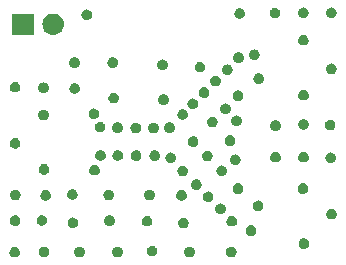
<source format=gbs>
G04 #@! TF.GenerationSoftware,KiCad,Pcbnew,(5.0.1)-4*
G04 #@! TF.CreationDate,2019-05-20T17:02:10-07:00*
G04 #@! TF.ProjectId,Fanout_circuit,46616E6F75745F636972637569742E6B,rev?*
G04 #@! TF.SameCoordinates,Original*
G04 #@! TF.FileFunction,Soldermask,Bot*
G04 #@! TF.FilePolarity,Negative*
%FSLAX46Y46*%
G04 Gerber Fmt 4.6, Leading zero omitted, Abs format (unit mm)*
G04 Created by KiCad (PCBNEW (5.0.1)-4) date 5/20/2019 5:02:10 PM*
%MOMM*%
%LPD*%
G01*
G04 APERTURE LIST*
%ADD10C,0.200000*%
G04 APERTURE END LIST*
D10*
G36*
X116681552Y-92916331D02*
X116763625Y-92950327D01*
X116763626Y-92950328D01*
X116763629Y-92950329D01*
X116837496Y-92999686D01*
X116837500Y-92999689D01*
X116900311Y-93062500D01*
X116900313Y-93062503D01*
X116900314Y-93062504D01*
X116949671Y-93136371D01*
X116949672Y-93136374D01*
X116949673Y-93136375D01*
X116983669Y-93218448D01*
X117001000Y-93305579D01*
X117001000Y-93394421D01*
X116983669Y-93481552D01*
X116949673Y-93563625D01*
X116949671Y-93563629D01*
X116917016Y-93612500D01*
X116900311Y-93637500D01*
X116837500Y-93700311D01*
X116837497Y-93700313D01*
X116837496Y-93700314D01*
X116763629Y-93749671D01*
X116763626Y-93749672D01*
X116763625Y-93749673D01*
X116681552Y-93783669D01*
X116594421Y-93801000D01*
X116505579Y-93801000D01*
X116418448Y-93783669D01*
X116336375Y-93749673D01*
X116336374Y-93749672D01*
X116336371Y-93749671D01*
X116262504Y-93700314D01*
X116262503Y-93700313D01*
X116262500Y-93700311D01*
X116199689Y-93637500D01*
X116182984Y-93612500D01*
X116150329Y-93563629D01*
X116150327Y-93563625D01*
X116116331Y-93481552D01*
X116099000Y-93394421D01*
X116099000Y-93305579D01*
X116116331Y-93218448D01*
X116150327Y-93136375D01*
X116150328Y-93136374D01*
X116150329Y-93136371D01*
X116199686Y-93062504D01*
X116199687Y-93062503D01*
X116199689Y-93062500D01*
X116262500Y-92999689D01*
X116262504Y-92999686D01*
X116336371Y-92950329D01*
X116336374Y-92950328D01*
X116336375Y-92950327D01*
X116418448Y-92916331D01*
X116505579Y-92899000D01*
X116594421Y-92899000D01*
X116681552Y-92916331D01*
X116681552Y-92916331D01*
G37*
G36*
X135006552Y-92891331D02*
X135088625Y-92925327D01*
X135088626Y-92925328D01*
X135088629Y-92925329D01*
X135162496Y-92974686D01*
X135162500Y-92974689D01*
X135225311Y-93037500D01*
X135225313Y-93037503D01*
X135225314Y-93037504D01*
X135274671Y-93111371D01*
X135274672Y-93111374D01*
X135274673Y-93111375D01*
X135308669Y-93193448D01*
X135326000Y-93280579D01*
X135326000Y-93369421D01*
X135308669Y-93456552D01*
X135275139Y-93537500D01*
X135274671Y-93538629D01*
X135225314Y-93612496D01*
X135225311Y-93612500D01*
X135162500Y-93675311D01*
X135162497Y-93675313D01*
X135162496Y-93675314D01*
X135088629Y-93724671D01*
X135088626Y-93724672D01*
X135088625Y-93724673D01*
X135006552Y-93758669D01*
X134919421Y-93776000D01*
X134830579Y-93776000D01*
X134743448Y-93758669D01*
X134661375Y-93724673D01*
X134661374Y-93724672D01*
X134661371Y-93724671D01*
X134587504Y-93675314D01*
X134587503Y-93675313D01*
X134587500Y-93675311D01*
X134524689Y-93612500D01*
X134524686Y-93612496D01*
X134475329Y-93538629D01*
X134474861Y-93537500D01*
X134441331Y-93456552D01*
X134424000Y-93369421D01*
X134424000Y-93280579D01*
X134441331Y-93193448D01*
X134475327Y-93111375D01*
X134475328Y-93111374D01*
X134475329Y-93111371D01*
X134524686Y-93037504D01*
X134524687Y-93037503D01*
X134524689Y-93037500D01*
X134587500Y-92974689D01*
X134587504Y-92974686D01*
X134661371Y-92925329D01*
X134661374Y-92925328D01*
X134661375Y-92925327D01*
X134743448Y-92891331D01*
X134830579Y-92874000D01*
X134919421Y-92874000D01*
X135006552Y-92891331D01*
X135006552Y-92891331D01*
G37*
G36*
X131481552Y-92891331D02*
X131563625Y-92925327D01*
X131563626Y-92925328D01*
X131563629Y-92925329D01*
X131637496Y-92974686D01*
X131637500Y-92974689D01*
X131700311Y-93037500D01*
X131700313Y-93037503D01*
X131700314Y-93037504D01*
X131749671Y-93111371D01*
X131749672Y-93111374D01*
X131749673Y-93111375D01*
X131783669Y-93193448D01*
X131801000Y-93280579D01*
X131801000Y-93369421D01*
X131783669Y-93456552D01*
X131750139Y-93537500D01*
X131749671Y-93538629D01*
X131700314Y-93612496D01*
X131700311Y-93612500D01*
X131637500Y-93675311D01*
X131637497Y-93675313D01*
X131637496Y-93675314D01*
X131563629Y-93724671D01*
X131563626Y-93724672D01*
X131563625Y-93724673D01*
X131481552Y-93758669D01*
X131394421Y-93776000D01*
X131305579Y-93776000D01*
X131218448Y-93758669D01*
X131136375Y-93724673D01*
X131136374Y-93724672D01*
X131136371Y-93724671D01*
X131062504Y-93675314D01*
X131062503Y-93675313D01*
X131062500Y-93675311D01*
X130999689Y-93612500D01*
X130999686Y-93612496D01*
X130950329Y-93538629D01*
X130949861Y-93537500D01*
X130916331Y-93456552D01*
X130899000Y-93369421D01*
X130899000Y-93280579D01*
X130916331Y-93193448D01*
X130950327Y-93111375D01*
X130950328Y-93111374D01*
X130950329Y-93111371D01*
X130999686Y-93037504D01*
X130999687Y-93037503D01*
X130999689Y-93037500D01*
X131062500Y-92974689D01*
X131062504Y-92974686D01*
X131136371Y-92925329D01*
X131136374Y-92925328D01*
X131136375Y-92925327D01*
X131218448Y-92891331D01*
X131305579Y-92874000D01*
X131394421Y-92874000D01*
X131481552Y-92891331D01*
X131481552Y-92891331D01*
G37*
G36*
X125381552Y-92891331D02*
X125463625Y-92925327D01*
X125463626Y-92925328D01*
X125463629Y-92925329D01*
X125537496Y-92974686D01*
X125537500Y-92974689D01*
X125600311Y-93037500D01*
X125600313Y-93037503D01*
X125600314Y-93037504D01*
X125649671Y-93111371D01*
X125649672Y-93111374D01*
X125649673Y-93111375D01*
X125683669Y-93193448D01*
X125701000Y-93280579D01*
X125701000Y-93369421D01*
X125683669Y-93456552D01*
X125650139Y-93537500D01*
X125649671Y-93538629D01*
X125600314Y-93612496D01*
X125600311Y-93612500D01*
X125537500Y-93675311D01*
X125537497Y-93675313D01*
X125537496Y-93675314D01*
X125463629Y-93724671D01*
X125463626Y-93724672D01*
X125463625Y-93724673D01*
X125381552Y-93758669D01*
X125294421Y-93776000D01*
X125205579Y-93776000D01*
X125118448Y-93758669D01*
X125036375Y-93724673D01*
X125036374Y-93724672D01*
X125036371Y-93724671D01*
X124962504Y-93675314D01*
X124962503Y-93675313D01*
X124962500Y-93675311D01*
X124899689Y-93612500D01*
X124899686Y-93612496D01*
X124850329Y-93538629D01*
X124849861Y-93537500D01*
X124816331Y-93456552D01*
X124799000Y-93369421D01*
X124799000Y-93280579D01*
X124816331Y-93193448D01*
X124850327Y-93111375D01*
X124850328Y-93111374D01*
X124850329Y-93111371D01*
X124899686Y-93037504D01*
X124899687Y-93037503D01*
X124899689Y-93037500D01*
X124962500Y-92974689D01*
X124962504Y-92974686D01*
X125036371Y-92925329D01*
X125036374Y-92925328D01*
X125036375Y-92925327D01*
X125118448Y-92891331D01*
X125205579Y-92874000D01*
X125294421Y-92874000D01*
X125381552Y-92891331D01*
X125381552Y-92891331D01*
G37*
G36*
X119156552Y-92891331D02*
X119238625Y-92925327D01*
X119238626Y-92925328D01*
X119238629Y-92925329D01*
X119312496Y-92974686D01*
X119312500Y-92974689D01*
X119375311Y-93037500D01*
X119375313Y-93037503D01*
X119375314Y-93037504D01*
X119424671Y-93111371D01*
X119424672Y-93111374D01*
X119424673Y-93111375D01*
X119458669Y-93193448D01*
X119476000Y-93280579D01*
X119476000Y-93369421D01*
X119458669Y-93456552D01*
X119425139Y-93537500D01*
X119424671Y-93538629D01*
X119375314Y-93612496D01*
X119375311Y-93612500D01*
X119312500Y-93675311D01*
X119312497Y-93675313D01*
X119312496Y-93675314D01*
X119238629Y-93724671D01*
X119238626Y-93724672D01*
X119238625Y-93724673D01*
X119156552Y-93758669D01*
X119069421Y-93776000D01*
X118980579Y-93776000D01*
X118893448Y-93758669D01*
X118811375Y-93724673D01*
X118811374Y-93724672D01*
X118811371Y-93724671D01*
X118737504Y-93675314D01*
X118737503Y-93675313D01*
X118737500Y-93675311D01*
X118674689Y-93612500D01*
X118674686Y-93612496D01*
X118625329Y-93538629D01*
X118624861Y-93537500D01*
X118591331Y-93456552D01*
X118574000Y-93369421D01*
X118574000Y-93280579D01*
X118591331Y-93193448D01*
X118625327Y-93111375D01*
X118625328Y-93111374D01*
X118625329Y-93111371D01*
X118674686Y-93037504D01*
X118674687Y-93037503D01*
X118674689Y-93037500D01*
X118737500Y-92974689D01*
X118737504Y-92974686D01*
X118811371Y-92925329D01*
X118811374Y-92925328D01*
X118811375Y-92925327D01*
X118893448Y-92891331D01*
X118980579Y-92874000D01*
X119069421Y-92874000D01*
X119156552Y-92891331D01*
X119156552Y-92891331D01*
G37*
G36*
X122156552Y-92891331D02*
X122238625Y-92925327D01*
X122238626Y-92925328D01*
X122238629Y-92925329D01*
X122312496Y-92974686D01*
X122312500Y-92974689D01*
X122375311Y-93037500D01*
X122375313Y-93037503D01*
X122375314Y-93037504D01*
X122424671Y-93111371D01*
X122424672Y-93111374D01*
X122424673Y-93111375D01*
X122458669Y-93193448D01*
X122476000Y-93280579D01*
X122476000Y-93369421D01*
X122458669Y-93456552D01*
X122425139Y-93537500D01*
X122424671Y-93538629D01*
X122375314Y-93612496D01*
X122375311Y-93612500D01*
X122312500Y-93675311D01*
X122312497Y-93675313D01*
X122312496Y-93675314D01*
X122238629Y-93724671D01*
X122238626Y-93724672D01*
X122238625Y-93724673D01*
X122156552Y-93758669D01*
X122069421Y-93776000D01*
X121980579Y-93776000D01*
X121893448Y-93758669D01*
X121811375Y-93724673D01*
X121811374Y-93724672D01*
X121811371Y-93724671D01*
X121737504Y-93675314D01*
X121737503Y-93675313D01*
X121737500Y-93675311D01*
X121674689Y-93612500D01*
X121674686Y-93612496D01*
X121625329Y-93538629D01*
X121624861Y-93537500D01*
X121591331Y-93456552D01*
X121574000Y-93369421D01*
X121574000Y-93280579D01*
X121591331Y-93193448D01*
X121625327Y-93111375D01*
X121625328Y-93111374D01*
X121625329Y-93111371D01*
X121674686Y-93037504D01*
X121674687Y-93037503D01*
X121674689Y-93037500D01*
X121737500Y-92974689D01*
X121737504Y-92974686D01*
X121811371Y-92925329D01*
X121811374Y-92925328D01*
X121811375Y-92925327D01*
X121893448Y-92891331D01*
X121980579Y-92874000D01*
X122069421Y-92874000D01*
X122156552Y-92891331D01*
X122156552Y-92891331D01*
G37*
G36*
X128306552Y-92816331D02*
X128388625Y-92850327D01*
X128388626Y-92850328D01*
X128388629Y-92850329D01*
X128461469Y-92899000D01*
X128462500Y-92899689D01*
X128525311Y-92962500D01*
X128525313Y-92962503D01*
X128525314Y-92962504D01*
X128574671Y-93036371D01*
X128574672Y-93036374D01*
X128574673Y-93036375D01*
X128608669Y-93118448D01*
X128626000Y-93205579D01*
X128626000Y-93294421D01*
X128608669Y-93381552D01*
X128574673Y-93463625D01*
X128574671Y-93463629D01*
X128525314Y-93537496D01*
X128525311Y-93537500D01*
X128462500Y-93600311D01*
X128462497Y-93600313D01*
X128462496Y-93600314D01*
X128388629Y-93649671D01*
X128388626Y-93649672D01*
X128388625Y-93649673D01*
X128306552Y-93683669D01*
X128219421Y-93701000D01*
X128130579Y-93701000D01*
X128043448Y-93683669D01*
X127961375Y-93649673D01*
X127961374Y-93649672D01*
X127961371Y-93649671D01*
X127887504Y-93600314D01*
X127887503Y-93600313D01*
X127887500Y-93600311D01*
X127824689Y-93537500D01*
X127824686Y-93537496D01*
X127775329Y-93463629D01*
X127775327Y-93463625D01*
X127741331Y-93381552D01*
X127724000Y-93294421D01*
X127724000Y-93205579D01*
X127741331Y-93118448D01*
X127775327Y-93036375D01*
X127775328Y-93036374D01*
X127775329Y-93036371D01*
X127824686Y-92962504D01*
X127824687Y-92962503D01*
X127824689Y-92962500D01*
X127887500Y-92899689D01*
X127888531Y-92899000D01*
X127961371Y-92850329D01*
X127961374Y-92850328D01*
X127961375Y-92850327D01*
X128043448Y-92816331D01*
X128130579Y-92799000D01*
X128219421Y-92799000D01*
X128306552Y-92816331D01*
X128306552Y-92816331D01*
G37*
G36*
X141156552Y-92191331D02*
X141238625Y-92225327D01*
X141238626Y-92225328D01*
X141238629Y-92225329D01*
X141312496Y-92274686D01*
X141312500Y-92274689D01*
X141375311Y-92337500D01*
X141375313Y-92337503D01*
X141375314Y-92337504D01*
X141424671Y-92411371D01*
X141424672Y-92411374D01*
X141424673Y-92411375D01*
X141458669Y-92493448D01*
X141476000Y-92580579D01*
X141476000Y-92669421D01*
X141458669Y-92756552D01*
X141433907Y-92816332D01*
X141424671Y-92838629D01*
X141383873Y-92899686D01*
X141375311Y-92912500D01*
X141312500Y-92975311D01*
X141312497Y-92975313D01*
X141312496Y-92975314D01*
X141238629Y-93024671D01*
X141238626Y-93024672D01*
X141238625Y-93024673D01*
X141156552Y-93058669D01*
X141069421Y-93076000D01*
X140980579Y-93076000D01*
X140893448Y-93058669D01*
X140811375Y-93024673D01*
X140811374Y-93024672D01*
X140811371Y-93024671D01*
X140737504Y-92975314D01*
X140737503Y-92975313D01*
X140737500Y-92975311D01*
X140674689Y-92912500D01*
X140666127Y-92899686D01*
X140625329Y-92838629D01*
X140616093Y-92816332D01*
X140591331Y-92756552D01*
X140574000Y-92669421D01*
X140574000Y-92580579D01*
X140591331Y-92493448D01*
X140625327Y-92411375D01*
X140625328Y-92411374D01*
X140625329Y-92411371D01*
X140674686Y-92337504D01*
X140674687Y-92337503D01*
X140674689Y-92337500D01*
X140737500Y-92274689D01*
X140737504Y-92274686D01*
X140811371Y-92225329D01*
X140811374Y-92225328D01*
X140811375Y-92225327D01*
X140893448Y-92191331D01*
X140980579Y-92174000D01*
X141069421Y-92174000D01*
X141156552Y-92191331D01*
X141156552Y-92191331D01*
G37*
G36*
X136681552Y-91091331D02*
X136763625Y-91125327D01*
X136763626Y-91125328D01*
X136763629Y-91125329D01*
X136837496Y-91174686D01*
X136837500Y-91174689D01*
X136900311Y-91237500D01*
X136900313Y-91237503D01*
X136900314Y-91237504D01*
X136949671Y-91311371D01*
X136949672Y-91311374D01*
X136949673Y-91311375D01*
X136983669Y-91393448D01*
X137001000Y-91480579D01*
X137001000Y-91569421D01*
X136983669Y-91656552D01*
X136949673Y-91738625D01*
X136949671Y-91738629D01*
X136900314Y-91812496D01*
X136900311Y-91812500D01*
X136837500Y-91875311D01*
X136837497Y-91875313D01*
X136837496Y-91875314D01*
X136763629Y-91924671D01*
X136763626Y-91924672D01*
X136763625Y-91924673D01*
X136681552Y-91958669D01*
X136594421Y-91976000D01*
X136505579Y-91976000D01*
X136418448Y-91958669D01*
X136336375Y-91924673D01*
X136336374Y-91924672D01*
X136336371Y-91924671D01*
X136262504Y-91875314D01*
X136262503Y-91875313D01*
X136262500Y-91875311D01*
X136199689Y-91812500D01*
X136199686Y-91812496D01*
X136150329Y-91738629D01*
X136150327Y-91738625D01*
X136116331Y-91656552D01*
X136099000Y-91569421D01*
X136099000Y-91480579D01*
X136116331Y-91393448D01*
X136150327Y-91311375D01*
X136150328Y-91311374D01*
X136150329Y-91311371D01*
X136199686Y-91237504D01*
X136199687Y-91237503D01*
X136199689Y-91237500D01*
X136262500Y-91174689D01*
X136262504Y-91174686D01*
X136336371Y-91125329D01*
X136336374Y-91125328D01*
X136336375Y-91125327D01*
X136418448Y-91091331D01*
X136505579Y-91074000D01*
X136594421Y-91074000D01*
X136681552Y-91091331D01*
X136681552Y-91091331D01*
G37*
G36*
X130956552Y-90441331D02*
X131038625Y-90475327D01*
X131038626Y-90475328D01*
X131038629Y-90475329D01*
X131112496Y-90524686D01*
X131112500Y-90524689D01*
X131175311Y-90587500D01*
X131175313Y-90587503D01*
X131175314Y-90587504D01*
X131224671Y-90661371D01*
X131224672Y-90661374D01*
X131224673Y-90661375D01*
X131258669Y-90743448D01*
X131276000Y-90830579D01*
X131276000Y-90919421D01*
X131258669Y-91006552D01*
X131224673Y-91088625D01*
X131224671Y-91088629D01*
X131177871Y-91158669D01*
X131175311Y-91162500D01*
X131112500Y-91225311D01*
X131112497Y-91225313D01*
X131112496Y-91225314D01*
X131038629Y-91274671D01*
X131038626Y-91274672D01*
X131038625Y-91274673D01*
X130956552Y-91308669D01*
X130869421Y-91326000D01*
X130780579Y-91326000D01*
X130693448Y-91308669D01*
X130611375Y-91274673D01*
X130611374Y-91274672D01*
X130611371Y-91274671D01*
X130537504Y-91225314D01*
X130537503Y-91225313D01*
X130537500Y-91225311D01*
X130474689Y-91162500D01*
X130472129Y-91158669D01*
X130425329Y-91088629D01*
X130425327Y-91088625D01*
X130391331Y-91006552D01*
X130374000Y-90919421D01*
X130374000Y-90830579D01*
X130391331Y-90743448D01*
X130425327Y-90661375D01*
X130425328Y-90661374D01*
X130425329Y-90661371D01*
X130474686Y-90587504D01*
X130474687Y-90587503D01*
X130474689Y-90587500D01*
X130537500Y-90524689D01*
X130537504Y-90524686D01*
X130611371Y-90475329D01*
X130611374Y-90475328D01*
X130611375Y-90475327D01*
X130693448Y-90441331D01*
X130780579Y-90424000D01*
X130869421Y-90424000D01*
X130956552Y-90441331D01*
X130956552Y-90441331D01*
G37*
G36*
X121606552Y-90416331D02*
X121688625Y-90450327D01*
X121688626Y-90450328D01*
X121688629Y-90450329D01*
X121762496Y-90499686D01*
X121762500Y-90499689D01*
X121825311Y-90562500D01*
X121825313Y-90562503D01*
X121825314Y-90562504D01*
X121874671Y-90636371D01*
X121874672Y-90636374D01*
X121874673Y-90636375D01*
X121908669Y-90718448D01*
X121926000Y-90805579D01*
X121926000Y-90894421D01*
X121908669Y-90981552D01*
X121880453Y-91049671D01*
X121874671Y-91063629D01*
X121832995Y-91126000D01*
X121825311Y-91137500D01*
X121762500Y-91200311D01*
X121762497Y-91200313D01*
X121762496Y-91200314D01*
X121688629Y-91249671D01*
X121688626Y-91249672D01*
X121688625Y-91249673D01*
X121606552Y-91283669D01*
X121519421Y-91301000D01*
X121430579Y-91301000D01*
X121343448Y-91283669D01*
X121261375Y-91249673D01*
X121261374Y-91249672D01*
X121261371Y-91249671D01*
X121187504Y-91200314D01*
X121187503Y-91200313D01*
X121187500Y-91200311D01*
X121124689Y-91137500D01*
X121117005Y-91126000D01*
X121075329Y-91063629D01*
X121069547Y-91049671D01*
X121041331Y-90981552D01*
X121024000Y-90894421D01*
X121024000Y-90805579D01*
X121041331Y-90718448D01*
X121075327Y-90636375D01*
X121075328Y-90636374D01*
X121075329Y-90636371D01*
X121124686Y-90562504D01*
X121124687Y-90562503D01*
X121124689Y-90562500D01*
X121187500Y-90499689D01*
X121187504Y-90499686D01*
X121261371Y-90450329D01*
X121261374Y-90450328D01*
X121261375Y-90450327D01*
X121343448Y-90416331D01*
X121430579Y-90399000D01*
X121519421Y-90399000D01*
X121606552Y-90416331D01*
X121606552Y-90416331D01*
G37*
G36*
X135056552Y-90291331D02*
X135138625Y-90325327D01*
X135138626Y-90325328D01*
X135138629Y-90325329D01*
X135212496Y-90374686D01*
X135212500Y-90374689D01*
X135275311Y-90437500D01*
X135275313Y-90437503D01*
X135275314Y-90437504D01*
X135324671Y-90511371D01*
X135324672Y-90511374D01*
X135324673Y-90511375D01*
X135358669Y-90593448D01*
X135376000Y-90680579D01*
X135376000Y-90769421D01*
X135358669Y-90856552D01*
X135325139Y-90937500D01*
X135324671Y-90938629D01*
X135275314Y-91012496D01*
X135275311Y-91012500D01*
X135212500Y-91075311D01*
X135212497Y-91075313D01*
X135212496Y-91075314D01*
X135138629Y-91124671D01*
X135138626Y-91124672D01*
X135138625Y-91124673D01*
X135056552Y-91158669D01*
X134969421Y-91176000D01*
X134880579Y-91176000D01*
X134793448Y-91158669D01*
X134711375Y-91124673D01*
X134711374Y-91124672D01*
X134711371Y-91124671D01*
X134637504Y-91075314D01*
X134637503Y-91075313D01*
X134637500Y-91075311D01*
X134574689Y-91012500D01*
X134574686Y-91012496D01*
X134525329Y-90938629D01*
X134524861Y-90937500D01*
X134491331Y-90856552D01*
X134474000Y-90769421D01*
X134474000Y-90680579D01*
X134491331Y-90593448D01*
X134525327Y-90511375D01*
X134525328Y-90511374D01*
X134525329Y-90511371D01*
X134574686Y-90437504D01*
X134574687Y-90437503D01*
X134574689Y-90437500D01*
X134637500Y-90374689D01*
X134637504Y-90374686D01*
X134711371Y-90325329D01*
X134711374Y-90325328D01*
X134711375Y-90325327D01*
X134793448Y-90291331D01*
X134880579Y-90274000D01*
X134969421Y-90274000D01*
X135056552Y-90291331D01*
X135056552Y-90291331D01*
G37*
G36*
X127881552Y-90291331D02*
X127963625Y-90325327D01*
X127963626Y-90325328D01*
X127963629Y-90325329D01*
X128037496Y-90374686D01*
X128037500Y-90374689D01*
X128100311Y-90437500D01*
X128100313Y-90437503D01*
X128100314Y-90437504D01*
X128149671Y-90511371D01*
X128149672Y-90511374D01*
X128149673Y-90511375D01*
X128183669Y-90593448D01*
X128201000Y-90680579D01*
X128201000Y-90769421D01*
X128183669Y-90856552D01*
X128150139Y-90937500D01*
X128149671Y-90938629D01*
X128100314Y-91012496D01*
X128100311Y-91012500D01*
X128037500Y-91075311D01*
X128037497Y-91075313D01*
X128037496Y-91075314D01*
X127963629Y-91124671D01*
X127963626Y-91124672D01*
X127963625Y-91124673D01*
X127881552Y-91158669D01*
X127794421Y-91176000D01*
X127705579Y-91176000D01*
X127618448Y-91158669D01*
X127536375Y-91124673D01*
X127536374Y-91124672D01*
X127536371Y-91124671D01*
X127462504Y-91075314D01*
X127462503Y-91075313D01*
X127462500Y-91075311D01*
X127399689Y-91012500D01*
X127399686Y-91012496D01*
X127350329Y-90938629D01*
X127349861Y-90937500D01*
X127316331Y-90856552D01*
X127299000Y-90769421D01*
X127299000Y-90680579D01*
X127316331Y-90593448D01*
X127350327Y-90511375D01*
X127350328Y-90511374D01*
X127350329Y-90511371D01*
X127399686Y-90437504D01*
X127399687Y-90437503D01*
X127399689Y-90437500D01*
X127462500Y-90374689D01*
X127462504Y-90374686D01*
X127536371Y-90325329D01*
X127536374Y-90325328D01*
X127536375Y-90325327D01*
X127618448Y-90291331D01*
X127705579Y-90274000D01*
X127794421Y-90274000D01*
X127881552Y-90291331D01*
X127881552Y-90291331D01*
G37*
G36*
X124706552Y-90241331D02*
X124788625Y-90275327D01*
X124788626Y-90275328D01*
X124788629Y-90275329D01*
X124862496Y-90324686D01*
X124862500Y-90324689D01*
X124925311Y-90387500D01*
X124925313Y-90387503D01*
X124925314Y-90387504D01*
X124974671Y-90461371D01*
X124974672Y-90461374D01*
X124974673Y-90461375D01*
X125008669Y-90543448D01*
X125026000Y-90630579D01*
X125026000Y-90719421D01*
X125008669Y-90806552D01*
X124974673Y-90888625D01*
X124974671Y-90888629D01*
X124925314Y-90962496D01*
X124925311Y-90962500D01*
X124862500Y-91025311D01*
X124862497Y-91025313D01*
X124862496Y-91025314D01*
X124788629Y-91074671D01*
X124788626Y-91074672D01*
X124788625Y-91074673D01*
X124706552Y-91108669D01*
X124619421Y-91126000D01*
X124530579Y-91126000D01*
X124443448Y-91108669D01*
X124361375Y-91074673D01*
X124361374Y-91074672D01*
X124361371Y-91074671D01*
X124287504Y-91025314D01*
X124287503Y-91025313D01*
X124287500Y-91025311D01*
X124224689Y-90962500D01*
X124224686Y-90962496D01*
X124175329Y-90888629D01*
X124175327Y-90888625D01*
X124141331Y-90806552D01*
X124124000Y-90719421D01*
X124124000Y-90630579D01*
X124141331Y-90543448D01*
X124175327Y-90461375D01*
X124175328Y-90461374D01*
X124175329Y-90461371D01*
X124224686Y-90387504D01*
X124224687Y-90387503D01*
X124224689Y-90387500D01*
X124287500Y-90324689D01*
X124287504Y-90324686D01*
X124361371Y-90275329D01*
X124361374Y-90275328D01*
X124361375Y-90275327D01*
X124443448Y-90241331D01*
X124530579Y-90224000D01*
X124619421Y-90224000D01*
X124706552Y-90241331D01*
X124706552Y-90241331D01*
G37*
G36*
X116706552Y-90241331D02*
X116788625Y-90275327D01*
X116788626Y-90275328D01*
X116788629Y-90275329D01*
X116862496Y-90324686D01*
X116862500Y-90324689D01*
X116925311Y-90387500D01*
X116925313Y-90387503D01*
X116925314Y-90387504D01*
X116974671Y-90461371D01*
X116974672Y-90461374D01*
X116974673Y-90461375D01*
X117008669Y-90543448D01*
X117026000Y-90630579D01*
X117026000Y-90719421D01*
X117008669Y-90806552D01*
X116974673Y-90888625D01*
X116974671Y-90888629D01*
X116925314Y-90962496D01*
X116925311Y-90962500D01*
X116862500Y-91025311D01*
X116862497Y-91025313D01*
X116862496Y-91025314D01*
X116788629Y-91074671D01*
X116788626Y-91074672D01*
X116788625Y-91074673D01*
X116706552Y-91108669D01*
X116619421Y-91126000D01*
X116530579Y-91126000D01*
X116443448Y-91108669D01*
X116361375Y-91074673D01*
X116361374Y-91074672D01*
X116361371Y-91074671D01*
X116287504Y-91025314D01*
X116287503Y-91025313D01*
X116287500Y-91025311D01*
X116224689Y-90962500D01*
X116224686Y-90962496D01*
X116175329Y-90888629D01*
X116175327Y-90888625D01*
X116141331Y-90806552D01*
X116124000Y-90719421D01*
X116124000Y-90630579D01*
X116141331Y-90543448D01*
X116175327Y-90461375D01*
X116175328Y-90461374D01*
X116175329Y-90461371D01*
X116224686Y-90387504D01*
X116224687Y-90387503D01*
X116224689Y-90387500D01*
X116287500Y-90324689D01*
X116287504Y-90324686D01*
X116361371Y-90275329D01*
X116361374Y-90275328D01*
X116361375Y-90275327D01*
X116443448Y-90241331D01*
X116530579Y-90224000D01*
X116619421Y-90224000D01*
X116706552Y-90241331D01*
X116706552Y-90241331D01*
G37*
G36*
X118981552Y-90216331D02*
X119063625Y-90250327D01*
X119063626Y-90250328D01*
X119063629Y-90250329D01*
X119137496Y-90299686D01*
X119137500Y-90299689D01*
X119200311Y-90362500D01*
X119200313Y-90362503D01*
X119200314Y-90362504D01*
X119249671Y-90436371D01*
X119249672Y-90436374D01*
X119249673Y-90436375D01*
X119283669Y-90518448D01*
X119301000Y-90605579D01*
X119301000Y-90694421D01*
X119283669Y-90781552D01*
X119249673Y-90863625D01*
X119249671Y-90863629D01*
X119229096Y-90894421D01*
X119200311Y-90937500D01*
X119137500Y-91000311D01*
X119137497Y-91000313D01*
X119137496Y-91000314D01*
X119063629Y-91049671D01*
X119063626Y-91049672D01*
X119063625Y-91049673D01*
X118981552Y-91083669D01*
X118894421Y-91101000D01*
X118805579Y-91101000D01*
X118718448Y-91083669D01*
X118636375Y-91049673D01*
X118636374Y-91049672D01*
X118636371Y-91049671D01*
X118562504Y-91000314D01*
X118562503Y-91000313D01*
X118562500Y-91000311D01*
X118499689Y-90937500D01*
X118470904Y-90894421D01*
X118450329Y-90863629D01*
X118450327Y-90863625D01*
X118416331Y-90781552D01*
X118399000Y-90694421D01*
X118399000Y-90605579D01*
X118416331Y-90518448D01*
X118450327Y-90436375D01*
X118450328Y-90436374D01*
X118450329Y-90436371D01*
X118499686Y-90362504D01*
X118499687Y-90362503D01*
X118499689Y-90362500D01*
X118562500Y-90299689D01*
X118562504Y-90299686D01*
X118636371Y-90250329D01*
X118636374Y-90250328D01*
X118636375Y-90250327D01*
X118718448Y-90216331D01*
X118805579Y-90199000D01*
X118894421Y-90199000D01*
X118981552Y-90216331D01*
X118981552Y-90216331D01*
G37*
G36*
X143506552Y-89691331D02*
X143588625Y-89725327D01*
X143588626Y-89725328D01*
X143588629Y-89725329D01*
X143662496Y-89774686D01*
X143662500Y-89774689D01*
X143725311Y-89837500D01*
X143725313Y-89837503D01*
X143725314Y-89837504D01*
X143774671Y-89911371D01*
X143774672Y-89911374D01*
X143774673Y-89911375D01*
X143808669Y-89993448D01*
X143826000Y-90080579D01*
X143826000Y-90169421D01*
X143808669Y-90256552D01*
X143780181Y-90325327D01*
X143774671Y-90338629D01*
X143725314Y-90412496D01*
X143725311Y-90412500D01*
X143662500Y-90475311D01*
X143662497Y-90475313D01*
X143662496Y-90475314D01*
X143588629Y-90524671D01*
X143588626Y-90524672D01*
X143588625Y-90524673D01*
X143506552Y-90558669D01*
X143419421Y-90576000D01*
X143330579Y-90576000D01*
X143243448Y-90558669D01*
X143161375Y-90524673D01*
X143161374Y-90524672D01*
X143161371Y-90524671D01*
X143087504Y-90475314D01*
X143087503Y-90475313D01*
X143087500Y-90475311D01*
X143024689Y-90412500D01*
X143024686Y-90412496D01*
X142975329Y-90338629D01*
X142969819Y-90325327D01*
X142941331Y-90256552D01*
X142924000Y-90169421D01*
X142924000Y-90080579D01*
X142941331Y-89993448D01*
X142975327Y-89911375D01*
X142975328Y-89911374D01*
X142975329Y-89911371D01*
X143024686Y-89837504D01*
X143024687Y-89837503D01*
X143024689Y-89837500D01*
X143087500Y-89774689D01*
X143087504Y-89774686D01*
X143161371Y-89725329D01*
X143161374Y-89725328D01*
X143161375Y-89725327D01*
X143243448Y-89691331D01*
X143330579Y-89674000D01*
X143419421Y-89674000D01*
X143506552Y-89691331D01*
X143506552Y-89691331D01*
G37*
G36*
X134106552Y-89241331D02*
X134188625Y-89275327D01*
X134188626Y-89275328D01*
X134188629Y-89275329D01*
X134262496Y-89324686D01*
X134262500Y-89324689D01*
X134325311Y-89387500D01*
X134325313Y-89387503D01*
X134325314Y-89387504D01*
X134374671Y-89461371D01*
X134374672Y-89461374D01*
X134374673Y-89461375D01*
X134408669Y-89543448D01*
X134426000Y-89630579D01*
X134426000Y-89719421D01*
X134408669Y-89806552D01*
X134387081Y-89858669D01*
X134374671Y-89888629D01*
X134359475Y-89911371D01*
X134325311Y-89962500D01*
X134262500Y-90025311D01*
X134262497Y-90025313D01*
X134262496Y-90025314D01*
X134188629Y-90074671D01*
X134188626Y-90074672D01*
X134188625Y-90074673D01*
X134106552Y-90108669D01*
X134019421Y-90126000D01*
X133930579Y-90126000D01*
X133843448Y-90108669D01*
X133761375Y-90074673D01*
X133761374Y-90074672D01*
X133761371Y-90074671D01*
X133687504Y-90025314D01*
X133687503Y-90025313D01*
X133687500Y-90025311D01*
X133624689Y-89962500D01*
X133590525Y-89911371D01*
X133575329Y-89888629D01*
X133562919Y-89858669D01*
X133541331Y-89806552D01*
X133524000Y-89719421D01*
X133524000Y-89630579D01*
X133541331Y-89543448D01*
X133575327Y-89461375D01*
X133575328Y-89461374D01*
X133575329Y-89461371D01*
X133624686Y-89387504D01*
X133624687Y-89387503D01*
X133624689Y-89387500D01*
X133687500Y-89324689D01*
X133687504Y-89324686D01*
X133761371Y-89275329D01*
X133761374Y-89275328D01*
X133761375Y-89275327D01*
X133843448Y-89241331D01*
X133930579Y-89224000D01*
X134019421Y-89224000D01*
X134106552Y-89241331D01*
X134106552Y-89241331D01*
G37*
G36*
X137281552Y-88991331D02*
X137363625Y-89025327D01*
X137363626Y-89025328D01*
X137363629Y-89025329D01*
X137437496Y-89074686D01*
X137437500Y-89074689D01*
X137500311Y-89137500D01*
X137500313Y-89137503D01*
X137500314Y-89137504D01*
X137549671Y-89211371D01*
X137549672Y-89211374D01*
X137549673Y-89211375D01*
X137583669Y-89293448D01*
X137601000Y-89380579D01*
X137601000Y-89469421D01*
X137583669Y-89556552D01*
X137553005Y-89630580D01*
X137549671Y-89638629D01*
X137500314Y-89712496D01*
X137500311Y-89712500D01*
X137437500Y-89775311D01*
X137437497Y-89775313D01*
X137437496Y-89775314D01*
X137363629Y-89824671D01*
X137363626Y-89824672D01*
X137363625Y-89824673D01*
X137281552Y-89858669D01*
X137194421Y-89876000D01*
X137105579Y-89876000D01*
X137018448Y-89858669D01*
X136936375Y-89824673D01*
X136936374Y-89824672D01*
X136936371Y-89824671D01*
X136862504Y-89775314D01*
X136862503Y-89775313D01*
X136862500Y-89775311D01*
X136799689Y-89712500D01*
X136799686Y-89712496D01*
X136750329Y-89638629D01*
X136746995Y-89630580D01*
X136716331Y-89556552D01*
X136699000Y-89469421D01*
X136699000Y-89380579D01*
X136716331Y-89293448D01*
X136750327Y-89211375D01*
X136750328Y-89211374D01*
X136750329Y-89211371D01*
X136799686Y-89137504D01*
X136799687Y-89137503D01*
X136799689Y-89137500D01*
X136862500Y-89074689D01*
X136862504Y-89074686D01*
X136936371Y-89025329D01*
X136936374Y-89025328D01*
X136936375Y-89025327D01*
X137018448Y-88991331D01*
X137105579Y-88974000D01*
X137194421Y-88974000D01*
X137281552Y-88991331D01*
X137281552Y-88991331D01*
G37*
G36*
X133056552Y-88216331D02*
X133138625Y-88250327D01*
X133138626Y-88250328D01*
X133138629Y-88250329D01*
X133212496Y-88299686D01*
X133212500Y-88299689D01*
X133275311Y-88362500D01*
X133275313Y-88362503D01*
X133275314Y-88362504D01*
X133324671Y-88436371D01*
X133324672Y-88436374D01*
X133324673Y-88436375D01*
X133358669Y-88518448D01*
X133376000Y-88605579D01*
X133376000Y-88694421D01*
X133358669Y-88781552D01*
X133324673Y-88863625D01*
X133324671Y-88863629D01*
X133277871Y-88933669D01*
X133275311Y-88937500D01*
X133212500Y-89000311D01*
X133212497Y-89000313D01*
X133212496Y-89000314D01*
X133138629Y-89049671D01*
X133138626Y-89049672D01*
X133138625Y-89049673D01*
X133056552Y-89083669D01*
X132969421Y-89101000D01*
X132880579Y-89101000D01*
X132793448Y-89083669D01*
X132711375Y-89049673D01*
X132711374Y-89049672D01*
X132711371Y-89049671D01*
X132637504Y-89000314D01*
X132637503Y-89000313D01*
X132637500Y-89000311D01*
X132574689Y-88937500D01*
X132572129Y-88933669D01*
X132525329Y-88863629D01*
X132525327Y-88863625D01*
X132491331Y-88781552D01*
X132474000Y-88694421D01*
X132474000Y-88605579D01*
X132491331Y-88518448D01*
X132525327Y-88436375D01*
X132525328Y-88436374D01*
X132525329Y-88436371D01*
X132574686Y-88362504D01*
X132574687Y-88362503D01*
X132574689Y-88362500D01*
X132637500Y-88299689D01*
X132637504Y-88299686D01*
X132711371Y-88250329D01*
X132711374Y-88250328D01*
X132711375Y-88250327D01*
X132793448Y-88216331D01*
X132880579Y-88199000D01*
X132969421Y-88199000D01*
X133056552Y-88216331D01*
X133056552Y-88216331D01*
G37*
G36*
X130806552Y-88091331D02*
X130888625Y-88125327D01*
X130888626Y-88125328D01*
X130888629Y-88125329D01*
X130945942Y-88163625D01*
X130962500Y-88174689D01*
X131025311Y-88237500D01*
X131025313Y-88237503D01*
X131025314Y-88237504D01*
X131074671Y-88311371D01*
X131074672Y-88311374D01*
X131074673Y-88311375D01*
X131108669Y-88393448D01*
X131126000Y-88480579D01*
X131126000Y-88569421D01*
X131108669Y-88656552D01*
X131075139Y-88737500D01*
X131074671Y-88738629D01*
X131025314Y-88812496D01*
X131025311Y-88812500D01*
X130962500Y-88875311D01*
X130962497Y-88875313D01*
X130962496Y-88875314D01*
X130888629Y-88924671D01*
X130888626Y-88924672D01*
X130888625Y-88924673D01*
X130806552Y-88958669D01*
X130719421Y-88976000D01*
X130630579Y-88976000D01*
X130543448Y-88958669D01*
X130461375Y-88924673D01*
X130461374Y-88924672D01*
X130461371Y-88924671D01*
X130387504Y-88875314D01*
X130387503Y-88875313D01*
X130387500Y-88875311D01*
X130324689Y-88812500D01*
X130324686Y-88812496D01*
X130275329Y-88738629D01*
X130274861Y-88737500D01*
X130241331Y-88656552D01*
X130224000Y-88569421D01*
X130224000Y-88480579D01*
X130241331Y-88393448D01*
X130275327Y-88311375D01*
X130275328Y-88311374D01*
X130275329Y-88311371D01*
X130324686Y-88237504D01*
X130324687Y-88237503D01*
X130324689Y-88237500D01*
X130387500Y-88174689D01*
X130404058Y-88163625D01*
X130461371Y-88125329D01*
X130461374Y-88125328D01*
X130461375Y-88125327D01*
X130543448Y-88091331D01*
X130630579Y-88074000D01*
X130719421Y-88074000D01*
X130806552Y-88091331D01*
X130806552Y-88091331D01*
G37*
G36*
X119306552Y-88091331D02*
X119388625Y-88125327D01*
X119388626Y-88125328D01*
X119388629Y-88125329D01*
X119445942Y-88163625D01*
X119462500Y-88174689D01*
X119525311Y-88237500D01*
X119525313Y-88237503D01*
X119525314Y-88237504D01*
X119574671Y-88311371D01*
X119574672Y-88311374D01*
X119574673Y-88311375D01*
X119608669Y-88393448D01*
X119626000Y-88480579D01*
X119626000Y-88569421D01*
X119608669Y-88656552D01*
X119575139Y-88737500D01*
X119574671Y-88738629D01*
X119525314Y-88812496D01*
X119525311Y-88812500D01*
X119462500Y-88875311D01*
X119462497Y-88875313D01*
X119462496Y-88875314D01*
X119388629Y-88924671D01*
X119388626Y-88924672D01*
X119388625Y-88924673D01*
X119306552Y-88958669D01*
X119219421Y-88976000D01*
X119130579Y-88976000D01*
X119043448Y-88958669D01*
X118961375Y-88924673D01*
X118961374Y-88924672D01*
X118961371Y-88924671D01*
X118887504Y-88875314D01*
X118887503Y-88875313D01*
X118887500Y-88875311D01*
X118824689Y-88812500D01*
X118824686Y-88812496D01*
X118775329Y-88738629D01*
X118774861Y-88737500D01*
X118741331Y-88656552D01*
X118724000Y-88569421D01*
X118724000Y-88480579D01*
X118741331Y-88393448D01*
X118775327Y-88311375D01*
X118775328Y-88311374D01*
X118775329Y-88311371D01*
X118824686Y-88237504D01*
X118824687Y-88237503D01*
X118824689Y-88237500D01*
X118887500Y-88174689D01*
X118904058Y-88163625D01*
X118961371Y-88125329D01*
X118961374Y-88125328D01*
X118961375Y-88125327D01*
X119043448Y-88091331D01*
X119130579Y-88074000D01*
X119219421Y-88074000D01*
X119306552Y-88091331D01*
X119306552Y-88091331D01*
G37*
G36*
X128081552Y-88066331D02*
X128163625Y-88100327D01*
X128163626Y-88100328D01*
X128163629Y-88100329D01*
X128237496Y-88149686D01*
X128237500Y-88149689D01*
X128300311Y-88212500D01*
X128300313Y-88212503D01*
X128300314Y-88212504D01*
X128349671Y-88286371D01*
X128349672Y-88286374D01*
X128349673Y-88286375D01*
X128383669Y-88368448D01*
X128401000Y-88455579D01*
X128401000Y-88544421D01*
X128383669Y-88631552D01*
X128349673Y-88713625D01*
X128349671Y-88713629D01*
X128300314Y-88787496D01*
X128300311Y-88787500D01*
X128237500Y-88850311D01*
X128237497Y-88850313D01*
X128237496Y-88850314D01*
X128163629Y-88899671D01*
X128163626Y-88899672D01*
X128163625Y-88899673D01*
X128081552Y-88933669D01*
X127994421Y-88951000D01*
X127905579Y-88951000D01*
X127818448Y-88933669D01*
X127736375Y-88899673D01*
X127736374Y-88899672D01*
X127736371Y-88899671D01*
X127662504Y-88850314D01*
X127662503Y-88850313D01*
X127662500Y-88850311D01*
X127599689Y-88787500D01*
X127599686Y-88787496D01*
X127550329Y-88713629D01*
X127550327Y-88713625D01*
X127516331Y-88631552D01*
X127499000Y-88544421D01*
X127499000Y-88455579D01*
X127516331Y-88368448D01*
X127550327Y-88286375D01*
X127550328Y-88286374D01*
X127550329Y-88286371D01*
X127599686Y-88212504D01*
X127599687Y-88212503D01*
X127599689Y-88212500D01*
X127662500Y-88149689D01*
X127662504Y-88149686D01*
X127736371Y-88100329D01*
X127736374Y-88100328D01*
X127736375Y-88100327D01*
X127818448Y-88066331D01*
X127905579Y-88049000D01*
X127994421Y-88049000D01*
X128081552Y-88066331D01*
X128081552Y-88066331D01*
G37*
G36*
X116731552Y-88066331D02*
X116813625Y-88100327D01*
X116813626Y-88100328D01*
X116813629Y-88100329D01*
X116887496Y-88149686D01*
X116887500Y-88149689D01*
X116950311Y-88212500D01*
X116950313Y-88212503D01*
X116950314Y-88212504D01*
X116999671Y-88286371D01*
X116999672Y-88286374D01*
X116999673Y-88286375D01*
X117033669Y-88368448D01*
X117051000Y-88455579D01*
X117051000Y-88544421D01*
X117033669Y-88631552D01*
X116999673Y-88713625D01*
X116999671Y-88713629D01*
X116950314Y-88787496D01*
X116950311Y-88787500D01*
X116887500Y-88850311D01*
X116887497Y-88850313D01*
X116887496Y-88850314D01*
X116813629Y-88899671D01*
X116813626Y-88899672D01*
X116813625Y-88899673D01*
X116731552Y-88933669D01*
X116644421Y-88951000D01*
X116555579Y-88951000D01*
X116468448Y-88933669D01*
X116386375Y-88899673D01*
X116386374Y-88899672D01*
X116386371Y-88899671D01*
X116312504Y-88850314D01*
X116312503Y-88850313D01*
X116312500Y-88850311D01*
X116249689Y-88787500D01*
X116249686Y-88787496D01*
X116200329Y-88713629D01*
X116200327Y-88713625D01*
X116166331Y-88631552D01*
X116149000Y-88544421D01*
X116149000Y-88455579D01*
X116166331Y-88368448D01*
X116200327Y-88286375D01*
X116200328Y-88286374D01*
X116200329Y-88286371D01*
X116249686Y-88212504D01*
X116249687Y-88212503D01*
X116249689Y-88212500D01*
X116312500Y-88149689D01*
X116312504Y-88149686D01*
X116386371Y-88100329D01*
X116386374Y-88100328D01*
X116386375Y-88100327D01*
X116468448Y-88066331D01*
X116555579Y-88049000D01*
X116644421Y-88049000D01*
X116731552Y-88066331D01*
X116731552Y-88066331D01*
G37*
G36*
X124631552Y-88066331D02*
X124713625Y-88100327D01*
X124713626Y-88100328D01*
X124713629Y-88100329D01*
X124787496Y-88149686D01*
X124787500Y-88149689D01*
X124850311Y-88212500D01*
X124850313Y-88212503D01*
X124850314Y-88212504D01*
X124899671Y-88286371D01*
X124899672Y-88286374D01*
X124899673Y-88286375D01*
X124933669Y-88368448D01*
X124951000Y-88455579D01*
X124951000Y-88544421D01*
X124933669Y-88631552D01*
X124899673Y-88713625D01*
X124899671Y-88713629D01*
X124850314Y-88787496D01*
X124850311Y-88787500D01*
X124787500Y-88850311D01*
X124787497Y-88850313D01*
X124787496Y-88850314D01*
X124713629Y-88899671D01*
X124713626Y-88899672D01*
X124713625Y-88899673D01*
X124631552Y-88933669D01*
X124544421Y-88951000D01*
X124455579Y-88951000D01*
X124368448Y-88933669D01*
X124286375Y-88899673D01*
X124286374Y-88899672D01*
X124286371Y-88899671D01*
X124212504Y-88850314D01*
X124212503Y-88850313D01*
X124212500Y-88850311D01*
X124149689Y-88787500D01*
X124149686Y-88787496D01*
X124100329Y-88713629D01*
X124100327Y-88713625D01*
X124066331Y-88631552D01*
X124049000Y-88544421D01*
X124049000Y-88455579D01*
X124066331Y-88368448D01*
X124100327Y-88286375D01*
X124100328Y-88286374D01*
X124100329Y-88286371D01*
X124149686Y-88212504D01*
X124149687Y-88212503D01*
X124149689Y-88212500D01*
X124212500Y-88149689D01*
X124212504Y-88149686D01*
X124286371Y-88100329D01*
X124286374Y-88100328D01*
X124286375Y-88100327D01*
X124368448Y-88066331D01*
X124455579Y-88049000D01*
X124544421Y-88049000D01*
X124631552Y-88066331D01*
X124631552Y-88066331D01*
G37*
G36*
X121556552Y-88016331D02*
X121638625Y-88050327D01*
X121638626Y-88050328D01*
X121638629Y-88050329D01*
X121712496Y-88099686D01*
X121712500Y-88099689D01*
X121775311Y-88162500D01*
X121775313Y-88162503D01*
X121775314Y-88162504D01*
X121824671Y-88236371D01*
X121824672Y-88236374D01*
X121824673Y-88236375D01*
X121858669Y-88318448D01*
X121876000Y-88405579D01*
X121876000Y-88494421D01*
X121858669Y-88581552D01*
X121824673Y-88663625D01*
X121824671Y-88663629D01*
X121775314Y-88737496D01*
X121775311Y-88737500D01*
X121712500Y-88800311D01*
X121712497Y-88800313D01*
X121712496Y-88800314D01*
X121638629Y-88849671D01*
X121638626Y-88849672D01*
X121638625Y-88849673D01*
X121556552Y-88883669D01*
X121469421Y-88901000D01*
X121380579Y-88901000D01*
X121293448Y-88883669D01*
X121211375Y-88849673D01*
X121211374Y-88849672D01*
X121211371Y-88849671D01*
X121137504Y-88800314D01*
X121137503Y-88800313D01*
X121137500Y-88800311D01*
X121074689Y-88737500D01*
X121074686Y-88737496D01*
X121025329Y-88663629D01*
X121025327Y-88663625D01*
X120991331Y-88581552D01*
X120974000Y-88494421D01*
X120974000Y-88405579D01*
X120991331Y-88318448D01*
X121025327Y-88236375D01*
X121025328Y-88236374D01*
X121025329Y-88236371D01*
X121074686Y-88162504D01*
X121074687Y-88162503D01*
X121074689Y-88162500D01*
X121137500Y-88099689D01*
X121137504Y-88099686D01*
X121211371Y-88050329D01*
X121211374Y-88050328D01*
X121211375Y-88050327D01*
X121293448Y-88016331D01*
X121380579Y-87999000D01*
X121469421Y-87999000D01*
X121556552Y-88016331D01*
X121556552Y-88016331D01*
G37*
G36*
X135581552Y-87516331D02*
X135663625Y-87550327D01*
X135663626Y-87550328D01*
X135663629Y-87550329D01*
X135708902Y-87580580D01*
X135737500Y-87599689D01*
X135800311Y-87662500D01*
X135800313Y-87662503D01*
X135800314Y-87662504D01*
X135849671Y-87736371D01*
X135849672Y-87736374D01*
X135849673Y-87736375D01*
X135883669Y-87818448D01*
X135901000Y-87905579D01*
X135901000Y-87994421D01*
X135883669Y-88081552D01*
X135850139Y-88162500D01*
X135849671Y-88163629D01*
X135801063Y-88236375D01*
X135800311Y-88237500D01*
X135737500Y-88300311D01*
X135737497Y-88300313D01*
X135737496Y-88300314D01*
X135663629Y-88349671D01*
X135663626Y-88349672D01*
X135663625Y-88349673D01*
X135581552Y-88383669D01*
X135494421Y-88401000D01*
X135405579Y-88401000D01*
X135318448Y-88383669D01*
X135236375Y-88349673D01*
X135236374Y-88349672D01*
X135236371Y-88349671D01*
X135162504Y-88300314D01*
X135162503Y-88300313D01*
X135162500Y-88300311D01*
X135099689Y-88237500D01*
X135098937Y-88236375D01*
X135050329Y-88163629D01*
X135049861Y-88162500D01*
X135016331Y-88081552D01*
X134999000Y-87994421D01*
X134999000Y-87905579D01*
X135016331Y-87818448D01*
X135050327Y-87736375D01*
X135050328Y-87736374D01*
X135050329Y-87736371D01*
X135099686Y-87662504D01*
X135099687Y-87662503D01*
X135099689Y-87662500D01*
X135162500Y-87599689D01*
X135191098Y-87580580D01*
X135236371Y-87550329D01*
X135236374Y-87550328D01*
X135236375Y-87550327D01*
X135318448Y-87516331D01*
X135405579Y-87499000D01*
X135494421Y-87499000D01*
X135581552Y-87516331D01*
X135581552Y-87516331D01*
G37*
G36*
X141081552Y-87516331D02*
X141163625Y-87550327D01*
X141163626Y-87550328D01*
X141163629Y-87550329D01*
X141208902Y-87580580D01*
X141237500Y-87599689D01*
X141300311Y-87662500D01*
X141300313Y-87662503D01*
X141300314Y-87662504D01*
X141349671Y-87736371D01*
X141349672Y-87736374D01*
X141349673Y-87736375D01*
X141383669Y-87818448D01*
X141401000Y-87905579D01*
X141401000Y-87994421D01*
X141383669Y-88081552D01*
X141350139Y-88162500D01*
X141349671Y-88163629D01*
X141301063Y-88236375D01*
X141300311Y-88237500D01*
X141237500Y-88300311D01*
X141237497Y-88300313D01*
X141237496Y-88300314D01*
X141163629Y-88349671D01*
X141163626Y-88349672D01*
X141163625Y-88349673D01*
X141081552Y-88383669D01*
X140994421Y-88401000D01*
X140905579Y-88401000D01*
X140818448Y-88383669D01*
X140736375Y-88349673D01*
X140736374Y-88349672D01*
X140736371Y-88349671D01*
X140662504Y-88300314D01*
X140662503Y-88300313D01*
X140662500Y-88300311D01*
X140599689Y-88237500D01*
X140598937Y-88236375D01*
X140550329Y-88163629D01*
X140549861Y-88162500D01*
X140516331Y-88081552D01*
X140499000Y-87994421D01*
X140499000Y-87905579D01*
X140516331Y-87818448D01*
X140550327Y-87736375D01*
X140550328Y-87736374D01*
X140550329Y-87736371D01*
X140599686Y-87662504D01*
X140599687Y-87662503D01*
X140599689Y-87662500D01*
X140662500Y-87599689D01*
X140691098Y-87580580D01*
X140736371Y-87550329D01*
X140736374Y-87550328D01*
X140736375Y-87550327D01*
X140818448Y-87516331D01*
X140905579Y-87499000D01*
X140994421Y-87499000D01*
X141081552Y-87516331D01*
X141081552Y-87516331D01*
G37*
G36*
X132056552Y-87191331D02*
X132138625Y-87225327D01*
X132138626Y-87225328D01*
X132138629Y-87225329D01*
X132212496Y-87274686D01*
X132212500Y-87274689D01*
X132275311Y-87337500D01*
X132275313Y-87337503D01*
X132275314Y-87337504D01*
X132324671Y-87411371D01*
X132324672Y-87411374D01*
X132324673Y-87411375D01*
X132358669Y-87493448D01*
X132376000Y-87580579D01*
X132376000Y-87669421D01*
X132358669Y-87756552D01*
X132324673Y-87838625D01*
X132324671Y-87838629D01*
X132279935Y-87905580D01*
X132275311Y-87912500D01*
X132212500Y-87975311D01*
X132212497Y-87975313D01*
X132212496Y-87975314D01*
X132138629Y-88024671D01*
X132138626Y-88024672D01*
X132138625Y-88024673D01*
X132056552Y-88058669D01*
X131969421Y-88076000D01*
X131880579Y-88076000D01*
X131793448Y-88058669D01*
X131711375Y-88024673D01*
X131711374Y-88024672D01*
X131711371Y-88024671D01*
X131637504Y-87975314D01*
X131637503Y-87975313D01*
X131637500Y-87975311D01*
X131574689Y-87912500D01*
X131570065Y-87905580D01*
X131525329Y-87838629D01*
X131525327Y-87838625D01*
X131491331Y-87756552D01*
X131474000Y-87669421D01*
X131474000Y-87580579D01*
X131491331Y-87493448D01*
X131525327Y-87411375D01*
X131525328Y-87411374D01*
X131525329Y-87411371D01*
X131574686Y-87337504D01*
X131574687Y-87337503D01*
X131574689Y-87337500D01*
X131637500Y-87274689D01*
X131637504Y-87274686D01*
X131711371Y-87225329D01*
X131711374Y-87225328D01*
X131711375Y-87225327D01*
X131793448Y-87191331D01*
X131880579Y-87174000D01*
X131969421Y-87174000D01*
X132056552Y-87191331D01*
X132056552Y-87191331D01*
G37*
G36*
X130906552Y-86041331D02*
X130988625Y-86075327D01*
X130988626Y-86075328D01*
X130988629Y-86075329D01*
X131062496Y-86124686D01*
X131062500Y-86124689D01*
X131125311Y-86187500D01*
X131125313Y-86187503D01*
X131125314Y-86187504D01*
X131174671Y-86261371D01*
X131174672Y-86261374D01*
X131174673Y-86261375D01*
X131208669Y-86343448D01*
X131226000Y-86430579D01*
X131226000Y-86519421D01*
X131208669Y-86606552D01*
X131175139Y-86687500D01*
X131174671Y-86688629D01*
X131127871Y-86758669D01*
X131125311Y-86762500D01*
X131062500Y-86825311D01*
X131062497Y-86825313D01*
X131062496Y-86825314D01*
X130988629Y-86874671D01*
X130988626Y-86874672D01*
X130988625Y-86874673D01*
X130906552Y-86908669D01*
X130819421Y-86926000D01*
X130730579Y-86926000D01*
X130643448Y-86908669D01*
X130561375Y-86874673D01*
X130561374Y-86874672D01*
X130561371Y-86874671D01*
X130487504Y-86825314D01*
X130487503Y-86825313D01*
X130487500Y-86825311D01*
X130424689Y-86762500D01*
X130422129Y-86758669D01*
X130375329Y-86688629D01*
X130374861Y-86687500D01*
X130341331Y-86606552D01*
X130324000Y-86519421D01*
X130324000Y-86430579D01*
X130341331Y-86343448D01*
X130375327Y-86261375D01*
X130375328Y-86261374D01*
X130375329Y-86261371D01*
X130424686Y-86187504D01*
X130424687Y-86187503D01*
X130424689Y-86187500D01*
X130487500Y-86124689D01*
X130487504Y-86124686D01*
X130561371Y-86075329D01*
X130561374Y-86075328D01*
X130561375Y-86075327D01*
X130643448Y-86041331D01*
X130730579Y-86024000D01*
X130819421Y-86024000D01*
X130906552Y-86041331D01*
X130906552Y-86041331D01*
G37*
G36*
X134206552Y-86016331D02*
X134288625Y-86050327D01*
X134288626Y-86050328D01*
X134288629Y-86050329D01*
X134362496Y-86099686D01*
X134362500Y-86099689D01*
X134425311Y-86162500D01*
X134425313Y-86162503D01*
X134425314Y-86162504D01*
X134474671Y-86236371D01*
X134474672Y-86236374D01*
X134474673Y-86236375D01*
X134508669Y-86318448D01*
X134526000Y-86405579D01*
X134526000Y-86494421D01*
X134508669Y-86581552D01*
X134474673Y-86663625D01*
X134474671Y-86663629D01*
X134433882Y-86724673D01*
X134425311Y-86737500D01*
X134362500Y-86800311D01*
X134362497Y-86800313D01*
X134362496Y-86800314D01*
X134288629Y-86849671D01*
X134288626Y-86849672D01*
X134288625Y-86849673D01*
X134206552Y-86883669D01*
X134119421Y-86901000D01*
X134030579Y-86901000D01*
X133943448Y-86883669D01*
X133861375Y-86849673D01*
X133861374Y-86849672D01*
X133861371Y-86849671D01*
X133787504Y-86800314D01*
X133787503Y-86800313D01*
X133787500Y-86800311D01*
X133724689Y-86737500D01*
X133716118Y-86724673D01*
X133675329Y-86663629D01*
X133675327Y-86663625D01*
X133641331Y-86581552D01*
X133624000Y-86494421D01*
X133624000Y-86405579D01*
X133641331Y-86318448D01*
X133675327Y-86236375D01*
X133675328Y-86236374D01*
X133675329Y-86236371D01*
X133724686Y-86162504D01*
X133724687Y-86162503D01*
X133724689Y-86162500D01*
X133787500Y-86099689D01*
X133787504Y-86099686D01*
X133861371Y-86050329D01*
X133861374Y-86050328D01*
X133861375Y-86050327D01*
X133943448Y-86016331D01*
X134030579Y-85999000D01*
X134119421Y-85999000D01*
X134206552Y-86016331D01*
X134206552Y-86016331D01*
G37*
G36*
X123431552Y-85966331D02*
X123513625Y-86000327D01*
X123513626Y-86000328D01*
X123513629Y-86000329D01*
X123587496Y-86049686D01*
X123587500Y-86049689D01*
X123650311Y-86112500D01*
X123650313Y-86112503D01*
X123650314Y-86112504D01*
X123699671Y-86186371D01*
X123699672Y-86186374D01*
X123699673Y-86186375D01*
X123733669Y-86268448D01*
X123751000Y-86355579D01*
X123751000Y-86444421D01*
X123733669Y-86531552D01*
X123700139Y-86612500D01*
X123699671Y-86613629D01*
X123650314Y-86687496D01*
X123650311Y-86687500D01*
X123587500Y-86750311D01*
X123587497Y-86750313D01*
X123587496Y-86750314D01*
X123513629Y-86799671D01*
X123513626Y-86799672D01*
X123513625Y-86799673D01*
X123431552Y-86833669D01*
X123344421Y-86851000D01*
X123255579Y-86851000D01*
X123168448Y-86833669D01*
X123086375Y-86799673D01*
X123086374Y-86799672D01*
X123086371Y-86799671D01*
X123012504Y-86750314D01*
X123012503Y-86750313D01*
X123012500Y-86750311D01*
X122949689Y-86687500D01*
X122949686Y-86687496D01*
X122900329Y-86613629D01*
X122899861Y-86612500D01*
X122866331Y-86531552D01*
X122849000Y-86444421D01*
X122849000Y-86355579D01*
X122866331Y-86268448D01*
X122900327Y-86186375D01*
X122900328Y-86186374D01*
X122900329Y-86186371D01*
X122949686Y-86112504D01*
X122949687Y-86112503D01*
X122949689Y-86112500D01*
X123012500Y-86049689D01*
X123012504Y-86049686D01*
X123086371Y-86000329D01*
X123086374Y-86000328D01*
X123086375Y-86000327D01*
X123168448Y-85966331D01*
X123255579Y-85949000D01*
X123344421Y-85949000D01*
X123431552Y-85966331D01*
X123431552Y-85966331D01*
G37*
G36*
X119156552Y-85891331D02*
X119238625Y-85925327D01*
X119238626Y-85925328D01*
X119238629Y-85925329D01*
X119312496Y-85974686D01*
X119312500Y-85974689D01*
X119375311Y-86037500D01*
X119375313Y-86037503D01*
X119375314Y-86037504D01*
X119424671Y-86111371D01*
X119424672Y-86111374D01*
X119424673Y-86111375D01*
X119458669Y-86193448D01*
X119476000Y-86280579D01*
X119476000Y-86369421D01*
X119458669Y-86456552D01*
X119424673Y-86538625D01*
X119424671Y-86538629D01*
X119375314Y-86612496D01*
X119375311Y-86612500D01*
X119312500Y-86675311D01*
X119312497Y-86675313D01*
X119312496Y-86675314D01*
X119238629Y-86724671D01*
X119238626Y-86724672D01*
X119238625Y-86724673D01*
X119156552Y-86758669D01*
X119069421Y-86776000D01*
X118980579Y-86776000D01*
X118893448Y-86758669D01*
X118811375Y-86724673D01*
X118811374Y-86724672D01*
X118811371Y-86724671D01*
X118737504Y-86675314D01*
X118737503Y-86675313D01*
X118737500Y-86675311D01*
X118674689Y-86612500D01*
X118674686Y-86612496D01*
X118625329Y-86538629D01*
X118625327Y-86538625D01*
X118591331Y-86456552D01*
X118574000Y-86369421D01*
X118574000Y-86280579D01*
X118591331Y-86193448D01*
X118625327Y-86111375D01*
X118625328Y-86111374D01*
X118625329Y-86111371D01*
X118674686Y-86037504D01*
X118674687Y-86037503D01*
X118674689Y-86037500D01*
X118737500Y-85974689D01*
X118737504Y-85974686D01*
X118811371Y-85925329D01*
X118811374Y-85925328D01*
X118811375Y-85925327D01*
X118893448Y-85891331D01*
X118980579Y-85874000D01*
X119069421Y-85874000D01*
X119156552Y-85891331D01*
X119156552Y-85891331D01*
G37*
G36*
X135356552Y-85091331D02*
X135438625Y-85125327D01*
X135438626Y-85125328D01*
X135438629Y-85125329D01*
X135483902Y-85155580D01*
X135512500Y-85174689D01*
X135575311Y-85237500D01*
X135575313Y-85237503D01*
X135575314Y-85237504D01*
X135624671Y-85311371D01*
X135624672Y-85311374D01*
X135624673Y-85311375D01*
X135658669Y-85393448D01*
X135676000Y-85480579D01*
X135676000Y-85569421D01*
X135658669Y-85656552D01*
X135624673Y-85738625D01*
X135624671Y-85738629D01*
X135582995Y-85801000D01*
X135575311Y-85812500D01*
X135512500Y-85875311D01*
X135512497Y-85875313D01*
X135512496Y-85875314D01*
X135438629Y-85924671D01*
X135438626Y-85924672D01*
X135438625Y-85924673D01*
X135356552Y-85958669D01*
X135269421Y-85976000D01*
X135180579Y-85976000D01*
X135093448Y-85958669D01*
X135011375Y-85924673D01*
X135011374Y-85924672D01*
X135011371Y-85924671D01*
X134937504Y-85875314D01*
X134937503Y-85875313D01*
X134937500Y-85875311D01*
X134874689Y-85812500D01*
X134867005Y-85801000D01*
X134825329Y-85738629D01*
X134825327Y-85738625D01*
X134791331Y-85656552D01*
X134774000Y-85569421D01*
X134774000Y-85480579D01*
X134791331Y-85393448D01*
X134825327Y-85311375D01*
X134825328Y-85311374D01*
X134825329Y-85311371D01*
X134874686Y-85237504D01*
X134874687Y-85237503D01*
X134874689Y-85237500D01*
X134937500Y-85174689D01*
X134966098Y-85155580D01*
X135011371Y-85125329D01*
X135011374Y-85125328D01*
X135011375Y-85125327D01*
X135093448Y-85091331D01*
X135180579Y-85074000D01*
X135269421Y-85074000D01*
X135356552Y-85091331D01*
X135356552Y-85091331D01*
G37*
G36*
X143431552Y-84916331D02*
X143513625Y-84950327D01*
X143513626Y-84950328D01*
X143513629Y-84950329D01*
X143587496Y-84999686D01*
X143587500Y-84999689D01*
X143650311Y-85062500D01*
X143650313Y-85062503D01*
X143650314Y-85062504D01*
X143699671Y-85136371D01*
X143699672Y-85136374D01*
X143699673Y-85136375D01*
X143733669Y-85218448D01*
X143751000Y-85305579D01*
X143751000Y-85394421D01*
X143733669Y-85481552D01*
X143699673Y-85563625D01*
X143699671Y-85563629D01*
X143652871Y-85633669D01*
X143650311Y-85637500D01*
X143587500Y-85700311D01*
X143587497Y-85700313D01*
X143587496Y-85700314D01*
X143513629Y-85749671D01*
X143513626Y-85749672D01*
X143513625Y-85749673D01*
X143431552Y-85783669D01*
X143344421Y-85801000D01*
X143255579Y-85801000D01*
X143168448Y-85783669D01*
X143086375Y-85749673D01*
X143086374Y-85749672D01*
X143086371Y-85749671D01*
X143012504Y-85700314D01*
X143012503Y-85700313D01*
X143012500Y-85700311D01*
X142949689Y-85637500D01*
X142947129Y-85633669D01*
X142900329Y-85563629D01*
X142900327Y-85563625D01*
X142866331Y-85481552D01*
X142849000Y-85394421D01*
X142849000Y-85305579D01*
X142866331Y-85218448D01*
X142900327Y-85136375D01*
X142900328Y-85136374D01*
X142900329Y-85136371D01*
X142949686Y-85062504D01*
X142949687Y-85062503D01*
X142949689Y-85062500D01*
X143012500Y-84999689D01*
X143012504Y-84999686D01*
X143086371Y-84950329D01*
X143086374Y-84950328D01*
X143086375Y-84950327D01*
X143168448Y-84916331D01*
X143255579Y-84899000D01*
X143344421Y-84899000D01*
X143431552Y-84916331D01*
X143431552Y-84916331D01*
G37*
G36*
X129881552Y-84916331D02*
X129963625Y-84950327D01*
X129963626Y-84950328D01*
X129963629Y-84950329D01*
X130037496Y-84999686D01*
X130037500Y-84999689D01*
X130100311Y-85062500D01*
X130100313Y-85062503D01*
X130100314Y-85062504D01*
X130149671Y-85136371D01*
X130149672Y-85136374D01*
X130149673Y-85136375D01*
X130183669Y-85218448D01*
X130201000Y-85305579D01*
X130201000Y-85394421D01*
X130183669Y-85481552D01*
X130149673Y-85563625D01*
X130149671Y-85563629D01*
X130102871Y-85633669D01*
X130100311Y-85637500D01*
X130037500Y-85700311D01*
X130037497Y-85700313D01*
X130037496Y-85700314D01*
X129963629Y-85749671D01*
X129963626Y-85749672D01*
X129963625Y-85749673D01*
X129881552Y-85783669D01*
X129794421Y-85801000D01*
X129705579Y-85801000D01*
X129618448Y-85783669D01*
X129536375Y-85749673D01*
X129536374Y-85749672D01*
X129536371Y-85749671D01*
X129462504Y-85700314D01*
X129462503Y-85700313D01*
X129462500Y-85700311D01*
X129399689Y-85637500D01*
X129397129Y-85633669D01*
X129350329Y-85563629D01*
X129350327Y-85563625D01*
X129316331Y-85481552D01*
X129299000Y-85394421D01*
X129299000Y-85305579D01*
X129316331Y-85218448D01*
X129350327Y-85136375D01*
X129350328Y-85136374D01*
X129350329Y-85136371D01*
X129399686Y-85062504D01*
X129399687Y-85062503D01*
X129399689Y-85062500D01*
X129462500Y-84999689D01*
X129462504Y-84999686D01*
X129536371Y-84950329D01*
X129536374Y-84950328D01*
X129536375Y-84950327D01*
X129618448Y-84916331D01*
X129705579Y-84899000D01*
X129794421Y-84899000D01*
X129881552Y-84916331D01*
X129881552Y-84916331D01*
G37*
G36*
X138756552Y-84866331D02*
X138838625Y-84900327D01*
X138838626Y-84900328D01*
X138838629Y-84900329D01*
X138912496Y-84949686D01*
X138912500Y-84949689D01*
X138975311Y-85012500D01*
X138975313Y-85012503D01*
X138975314Y-85012504D01*
X139024671Y-85086371D01*
X139024672Y-85086374D01*
X139024673Y-85086375D01*
X139058669Y-85168448D01*
X139076000Y-85255579D01*
X139076000Y-85344421D01*
X139058669Y-85431552D01*
X139024673Y-85513625D01*
X139024671Y-85513629D01*
X138977871Y-85583669D01*
X138975311Y-85587500D01*
X138912500Y-85650311D01*
X138912497Y-85650313D01*
X138912496Y-85650314D01*
X138838629Y-85699671D01*
X138838626Y-85699672D01*
X138838625Y-85699673D01*
X138756552Y-85733669D01*
X138669421Y-85751000D01*
X138580579Y-85751000D01*
X138493448Y-85733669D01*
X138411375Y-85699673D01*
X138411374Y-85699672D01*
X138411371Y-85699671D01*
X138337504Y-85650314D01*
X138337503Y-85650313D01*
X138337500Y-85650311D01*
X138274689Y-85587500D01*
X138272129Y-85583669D01*
X138225329Y-85513629D01*
X138225327Y-85513625D01*
X138191331Y-85431552D01*
X138174000Y-85344421D01*
X138174000Y-85255579D01*
X138191331Y-85168448D01*
X138225327Y-85086375D01*
X138225328Y-85086374D01*
X138225329Y-85086371D01*
X138274686Y-85012504D01*
X138274687Y-85012503D01*
X138274689Y-85012500D01*
X138337500Y-84949689D01*
X138337504Y-84949686D01*
X138411371Y-84900329D01*
X138411374Y-84900328D01*
X138411375Y-84900327D01*
X138493448Y-84866331D01*
X138580579Y-84849000D01*
X138669421Y-84849000D01*
X138756552Y-84866331D01*
X138756552Y-84866331D01*
G37*
G36*
X141131552Y-84866331D02*
X141213625Y-84900327D01*
X141213626Y-84900328D01*
X141213629Y-84900329D01*
X141287496Y-84949686D01*
X141287500Y-84949689D01*
X141350311Y-85012500D01*
X141350313Y-85012503D01*
X141350314Y-85012504D01*
X141399671Y-85086371D01*
X141399672Y-85086374D01*
X141399673Y-85086375D01*
X141433669Y-85168448D01*
X141451000Y-85255579D01*
X141451000Y-85344421D01*
X141433669Y-85431552D01*
X141399673Y-85513625D01*
X141399671Y-85513629D01*
X141352871Y-85583669D01*
X141350311Y-85587500D01*
X141287500Y-85650311D01*
X141287497Y-85650313D01*
X141287496Y-85650314D01*
X141213629Y-85699671D01*
X141213626Y-85699672D01*
X141213625Y-85699673D01*
X141131552Y-85733669D01*
X141044421Y-85751000D01*
X140955579Y-85751000D01*
X140868448Y-85733669D01*
X140786375Y-85699673D01*
X140786374Y-85699672D01*
X140786371Y-85699671D01*
X140712504Y-85650314D01*
X140712503Y-85650313D01*
X140712500Y-85650311D01*
X140649689Y-85587500D01*
X140647129Y-85583669D01*
X140600329Y-85513629D01*
X140600327Y-85513625D01*
X140566331Y-85431552D01*
X140549000Y-85344421D01*
X140549000Y-85255579D01*
X140566331Y-85168448D01*
X140600327Y-85086375D01*
X140600328Y-85086374D01*
X140600329Y-85086371D01*
X140649686Y-85012504D01*
X140649687Y-85012503D01*
X140649689Y-85012500D01*
X140712500Y-84949689D01*
X140712504Y-84949686D01*
X140786371Y-84900329D01*
X140786374Y-84900328D01*
X140786375Y-84900327D01*
X140868448Y-84866331D01*
X140955579Y-84849000D01*
X141044421Y-84849000D01*
X141131552Y-84866331D01*
X141131552Y-84866331D01*
G37*
G36*
X132981552Y-84766331D02*
X133063625Y-84800327D01*
X133063626Y-84800328D01*
X133063629Y-84800329D01*
X133136469Y-84849000D01*
X133137500Y-84849689D01*
X133200311Y-84912500D01*
X133200313Y-84912503D01*
X133200314Y-84912504D01*
X133249671Y-84986371D01*
X133249672Y-84986374D01*
X133249673Y-84986375D01*
X133283669Y-85068448D01*
X133301000Y-85155579D01*
X133301000Y-85244421D01*
X133283669Y-85331552D01*
X133249673Y-85413625D01*
X133249671Y-85413629D01*
X133200314Y-85487496D01*
X133200311Y-85487500D01*
X133137500Y-85550311D01*
X133137497Y-85550313D01*
X133137496Y-85550314D01*
X133063629Y-85599671D01*
X133063626Y-85599672D01*
X133063625Y-85599673D01*
X132981552Y-85633669D01*
X132894421Y-85651000D01*
X132805579Y-85651000D01*
X132718448Y-85633669D01*
X132636375Y-85599673D01*
X132636374Y-85599672D01*
X132636371Y-85599671D01*
X132562504Y-85550314D01*
X132562503Y-85550313D01*
X132562500Y-85550311D01*
X132499689Y-85487500D01*
X132499686Y-85487496D01*
X132450329Y-85413629D01*
X132450327Y-85413625D01*
X132416331Y-85331552D01*
X132399000Y-85244421D01*
X132399000Y-85155579D01*
X132416331Y-85068448D01*
X132450327Y-84986375D01*
X132450328Y-84986374D01*
X132450329Y-84986371D01*
X132499686Y-84912504D01*
X132499687Y-84912503D01*
X132499689Y-84912500D01*
X132562500Y-84849689D01*
X132563531Y-84849000D01*
X132636371Y-84800329D01*
X132636374Y-84800328D01*
X132636375Y-84800327D01*
X132718448Y-84766331D01*
X132805579Y-84749000D01*
X132894421Y-84749000D01*
X132981552Y-84766331D01*
X132981552Y-84766331D01*
G37*
G36*
X128531552Y-84741331D02*
X128613625Y-84775327D01*
X128613626Y-84775328D01*
X128613629Y-84775329D01*
X128687496Y-84824686D01*
X128687500Y-84824689D01*
X128750311Y-84887500D01*
X128750313Y-84887503D01*
X128750314Y-84887504D01*
X128799671Y-84961371D01*
X128799672Y-84961374D01*
X128799673Y-84961375D01*
X128833669Y-85043448D01*
X128851000Y-85130579D01*
X128851000Y-85219421D01*
X128833669Y-85306552D01*
X128799673Y-85388625D01*
X128799671Y-85388629D01*
X128767016Y-85437500D01*
X128750311Y-85462500D01*
X128687500Y-85525311D01*
X128687497Y-85525313D01*
X128687496Y-85525314D01*
X128613629Y-85574671D01*
X128613626Y-85574672D01*
X128613625Y-85574673D01*
X128531552Y-85608669D01*
X128444421Y-85626000D01*
X128355579Y-85626000D01*
X128268448Y-85608669D01*
X128186375Y-85574673D01*
X128186374Y-85574672D01*
X128186371Y-85574671D01*
X128112504Y-85525314D01*
X128112503Y-85525313D01*
X128112500Y-85525311D01*
X128049689Y-85462500D01*
X128032984Y-85437500D01*
X128000329Y-85388629D01*
X128000327Y-85388625D01*
X127966331Y-85306552D01*
X127949000Y-85219421D01*
X127949000Y-85130579D01*
X127966331Y-85043448D01*
X128000327Y-84961375D01*
X128000328Y-84961374D01*
X128000329Y-84961371D01*
X128049686Y-84887504D01*
X128049687Y-84887503D01*
X128049689Y-84887500D01*
X128112500Y-84824689D01*
X128112504Y-84824686D01*
X128186371Y-84775329D01*
X128186374Y-84775328D01*
X128186375Y-84775327D01*
X128268448Y-84741331D01*
X128355579Y-84724000D01*
X128444421Y-84724000D01*
X128531552Y-84741331D01*
X128531552Y-84741331D01*
G37*
G36*
X126956552Y-84741331D02*
X127038625Y-84775327D01*
X127038626Y-84775328D01*
X127038629Y-84775329D01*
X127112496Y-84824686D01*
X127112500Y-84824689D01*
X127175311Y-84887500D01*
X127175313Y-84887503D01*
X127175314Y-84887504D01*
X127224671Y-84961371D01*
X127224672Y-84961374D01*
X127224673Y-84961375D01*
X127258669Y-85043448D01*
X127276000Y-85130579D01*
X127276000Y-85219421D01*
X127258669Y-85306552D01*
X127224673Y-85388625D01*
X127224671Y-85388629D01*
X127192016Y-85437500D01*
X127175311Y-85462500D01*
X127112500Y-85525311D01*
X127112497Y-85525313D01*
X127112496Y-85525314D01*
X127038629Y-85574671D01*
X127038626Y-85574672D01*
X127038625Y-85574673D01*
X126956552Y-85608669D01*
X126869421Y-85626000D01*
X126780579Y-85626000D01*
X126693448Y-85608669D01*
X126611375Y-85574673D01*
X126611374Y-85574672D01*
X126611371Y-85574671D01*
X126537504Y-85525314D01*
X126537503Y-85525313D01*
X126537500Y-85525311D01*
X126474689Y-85462500D01*
X126457984Y-85437500D01*
X126425329Y-85388629D01*
X126425327Y-85388625D01*
X126391331Y-85306552D01*
X126374000Y-85219421D01*
X126374000Y-85130579D01*
X126391331Y-85043448D01*
X126425327Y-84961375D01*
X126425328Y-84961374D01*
X126425329Y-84961371D01*
X126474686Y-84887504D01*
X126474687Y-84887503D01*
X126474689Y-84887500D01*
X126537500Y-84824689D01*
X126537504Y-84824686D01*
X126611371Y-84775329D01*
X126611374Y-84775328D01*
X126611375Y-84775327D01*
X126693448Y-84741331D01*
X126780579Y-84724000D01*
X126869421Y-84724000D01*
X126956552Y-84741331D01*
X126956552Y-84741331D01*
G37*
G36*
X125406552Y-84716331D02*
X125488625Y-84750327D01*
X125488626Y-84750328D01*
X125488629Y-84750329D01*
X125562496Y-84799686D01*
X125562500Y-84799689D01*
X125625311Y-84862500D01*
X125625313Y-84862503D01*
X125625314Y-84862504D01*
X125674671Y-84936371D01*
X125674672Y-84936374D01*
X125674673Y-84936375D01*
X125708669Y-85018448D01*
X125726000Y-85105579D01*
X125726000Y-85194421D01*
X125708669Y-85281552D01*
X125674673Y-85363625D01*
X125674671Y-85363629D01*
X125625314Y-85437496D01*
X125625311Y-85437500D01*
X125562500Y-85500311D01*
X125562497Y-85500313D01*
X125562496Y-85500314D01*
X125488629Y-85549671D01*
X125488626Y-85549672D01*
X125488625Y-85549673D01*
X125406552Y-85583669D01*
X125319421Y-85601000D01*
X125230579Y-85601000D01*
X125143448Y-85583669D01*
X125061375Y-85549673D01*
X125061374Y-85549672D01*
X125061371Y-85549671D01*
X124987504Y-85500314D01*
X124987503Y-85500313D01*
X124987500Y-85500311D01*
X124924689Y-85437500D01*
X124924686Y-85437496D01*
X124875329Y-85363629D01*
X124875327Y-85363625D01*
X124841331Y-85281552D01*
X124824000Y-85194421D01*
X124824000Y-85105579D01*
X124841331Y-85018448D01*
X124875327Y-84936375D01*
X124875328Y-84936374D01*
X124875329Y-84936371D01*
X124924686Y-84862504D01*
X124924687Y-84862503D01*
X124924689Y-84862500D01*
X124987500Y-84799689D01*
X124987504Y-84799686D01*
X125061371Y-84750329D01*
X125061374Y-84750328D01*
X125061375Y-84750327D01*
X125143448Y-84716331D01*
X125230579Y-84699000D01*
X125319421Y-84699000D01*
X125406552Y-84716331D01*
X125406552Y-84716331D01*
G37*
G36*
X123931552Y-84716331D02*
X124013625Y-84750327D01*
X124013626Y-84750328D01*
X124013629Y-84750329D01*
X124087496Y-84799686D01*
X124087500Y-84799689D01*
X124150311Y-84862500D01*
X124150313Y-84862503D01*
X124150314Y-84862504D01*
X124199671Y-84936371D01*
X124199672Y-84936374D01*
X124199673Y-84936375D01*
X124233669Y-85018448D01*
X124251000Y-85105579D01*
X124251000Y-85194421D01*
X124233669Y-85281552D01*
X124199673Y-85363625D01*
X124199671Y-85363629D01*
X124150314Y-85437496D01*
X124150311Y-85437500D01*
X124087500Y-85500311D01*
X124087497Y-85500313D01*
X124087496Y-85500314D01*
X124013629Y-85549671D01*
X124013626Y-85549672D01*
X124013625Y-85549673D01*
X123931552Y-85583669D01*
X123844421Y-85601000D01*
X123755579Y-85601000D01*
X123668448Y-85583669D01*
X123586375Y-85549673D01*
X123586374Y-85549672D01*
X123586371Y-85549671D01*
X123512504Y-85500314D01*
X123512503Y-85500313D01*
X123512500Y-85500311D01*
X123449689Y-85437500D01*
X123449686Y-85437496D01*
X123400329Y-85363629D01*
X123400327Y-85363625D01*
X123366331Y-85281552D01*
X123349000Y-85194421D01*
X123349000Y-85105579D01*
X123366331Y-85018448D01*
X123400327Y-84936375D01*
X123400328Y-84936374D01*
X123400329Y-84936371D01*
X123449686Y-84862504D01*
X123449687Y-84862503D01*
X123449689Y-84862500D01*
X123512500Y-84799689D01*
X123512504Y-84799686D01*
X123586371Y-84750329D01*
X123586374Y-84750328D01*
X123586375Y-84750327D01*
X123668448Y-84716331D01*
X123755579Y-84699000D01*
X123844421Y-84699000D01*
X123931552Y-84716331D01*
X123931552Y-84716331D01*
G37*
G36*
X116706552Y-83691331D02*
X116788625Y-83725327D01*
X116788626Y-83725328D01*
X116788629Y-83725329D01*
X116853160Y-83768448D01*
X116862500Y-83774689D01*
X116925311Y-83837500D01*
X116925313Y-83837503D01*
X116925314Y-83837504D01*
X116974671Y-83911371D01*
X116974672Y-83911374D01*
X116974673Y-83911375D01*
X117008669Y-83993448D01*
X117026000Y-84080579D01*
X117026000Y-84169421D01*
X117008669Y-84256552D01*
X116974673Y-84338625D01*
X116974671Y-84338629D01*
X116927871Y-84408669D01*
X116925311Y-84412500D01*
X116862500Y-84475311D01*
X116862497Y-84475313D01*
X116862496Y-84475314D01*
X116788629Y-84524671D01*
X116788626Y-84524672D01*
X116788625Y-84524673D01*
X116706552Y-84558669D01*
X116619421Y-84576000D01*
X116530579Y-84576000D01*
X116443448Y-84558669D01*
X116361375Y-84524673D01*
X116361374Y-84524672D01*
X116361371Y-84524671D01*
X116287504Y-84475314D01*
X116287503Y-84475313D01*
X116287500Y-84475311D01*
X116224689Y-84412500D01*
X116222129Y-84408669D01*
X116175329Y-84338629D01*
X116175327Y-84338625D01*
X116141331Y-84256552D01*
X116124000Y-84169421D01*
X116124000Y-84080579D01*
X116141331Y-83993448D01*
X116175327Y-83911375D01*
X116175328Y-83911374D01*
X116175329Y-83911371D01*
X116224686Y-83837504D01*
X116224687Y-83837503D01*
X116224689Y-83837500D01*
X116287500Y-83774689D01*
X116296840Y-83768448D01*
X116361371Y-83725329D01*
X116361374Y-83725328D01*
X116361375Y-83725327D01*
X116443448Y-83691331D01*
X116530579Y-83674000D01*
X116619421Y-83674000D01*
X116706552Y-83691331D01*
X116706552Y-83691331D01*
G37*
G36*
X131781552Y-83541331D02*
X131863625Y-83575327D01*
X131863626Y-83575328D01*
X131863629Y-83575329D01*
X131937496Y-83624686D01*
X131937500Y-83624689D01*
X132000311Y-83687500D01*
X132000313Y-83687503D01*
X132000314Y-83687504D01*
X132049671Y-83761371D01*
X132049672Y-83761374D01*
X132049673Y-83761375D01*
X132083669Y-83843448D01*
X132101000Y-83930579D01*
X132101000Y-84019421D01*
X132083669Y-84106552D01*
X132050139Y-84187500D01*
X132049671Y-84188629D01*
X132000314Y-84262496D01*
X132000311Y-84262500D01*
X131937500Y-84325311D01*
X131937497Y-84325313D01*
X131937496Y-84325314D01*
X131863629Y-84374671D01*
X131863626Y-84374672D01*
X131863625Y-84374673D01*
X131781552Y-84408669D01*
X131694421Y-84426000D01*
X131605579Y-84426000D01*
X131518448Y-84408669D01*
X131436375Y-84374673D01*
X131436374Y-84374672D01*
X131436371Y-84374671D01*
X131362504Y-84325314D01*
X131362503Y-84325313D01*
X131362500Y-84325311D01*
X131299689Y-84262500D01*
X131299686Y-84262496D01*
X131250329Y-84188629D01*
X131249861Y-84187500D01*
X131216331Y-84106552D01*
X131199000Y-84019421D01*
X131199000Y-83930579D01*
X131216331Y-83843448D01*
X131250327Y-83761375D01*
X131250328Y-83761374D01*
X131250329Y-83761371D01*
X131299686Y-83687504D01*
X131299687Y-83687503D01*
X131299689Y-83687500D01*
X131362500Y-83624689D01*
X131362504Y-83624686D01*
X131436371Y-83575329D01*
X131436374Y-83575328D01*
X131436375Y-83575327D01*
X131518448Y-83541331D01*
X131605579Y-83524000D01*
X131694421Y-83524000D01*
X131781552Y-83541331D01*
X131781552Y-83541331D01*
G37*
G36*
X134906552Y-83466331D02*
X134988625Y-83500327D01*
X134988626Y-83500328D01*
X134988629Y-83500329D01*
X135062496Y-83549686D01*
X135062500Y-83549689D01*
X135125311Y-83612500D01*
X135125313Y-83612503D01*
X135125314Y-83612504D01*
X135174671Y-83686371D01*
X135174672Y-83686374D01*
X135174673Y-83686375D01*
X135208669Y-83768448D01*
X135226000Y-83855579D01*
X135226000Y-83944421D01*
X135208669Y-84031552D01*
X135174673Y-84113625D01*
X135174671Y-84113629D01*
X135137392Y-84169420D01*
X135125311Y-84187500D01*
X135062500Y-84250311D01*
X135062497Y-84250313D01*
X135062496Y-84250314D01*
X134988629Y-84299671D01*
X134988626Y-84299672D01*
X134988625Y-84299673D01*
X134906552Y-84333669D01*
X134819421Y-84351000D01*
X134730579Y-84351000D01*
X134643448Y-84333669D01*
X134561375Y-84299673D01*
X134561374Y-84299672D01*
X134561371Y-84299671D01*
X134487504Y-84250314D01*
X134487503Y-84250313D01*
X134487500Y-84250311D01*
X134424689Y-84187500D01*
X134412608Y-84169420D01*
X134375329Y-84113629D01*
X134375327Y-84113625D01*
X134341331Y-84031552D01*
X134324000Y-83944421D01*
X134324000Y-83855579D01*
X134341331Y-83768448D01*
X134375327Y-83686375D01*
X134375328Y-83686374D01*
X134375329Y-83686371D01*
X134424686Y-83612504D01*
X134424687Y-83612503D01*
X134424689Y-83612500D01*
X134487500Y-83549689D01*
X134487504Y-83549686D01*
X134561371Y-83500329D01*
X134561374Y-83500328D01*
X134561375Y-83500327D01*
X134643448Y-83466331D01*
X134730579Y-83449000D01*
X134819421Y-83449000D01*
X134906552Y-83466331D01*
X134906552Y-83466331D01*
G37*
G36*
X126931552Y-82391331D02*
X127013625Y-82425327D01*
X127013626Y-82425328D01*
X127013629Y-82425329D01*
X127087496Y-82474686D01*
X127087500Y-82474689D01*
X127150311Y-82537500D01*
X127150313Y-82537503D01*
X127150314Y-82537504D01*
X127199671Y-82611371D01*
X127199672Y-82611374D01*
X127199673Y-82611375D01*
X127233669Y-82693448D01*
X127251000Y-82780579D01*
X127251000Y-82869421D01*
X127233669Y-82956552D01*
X127200139Y-83037500D01*
X127199671Y-83038629D01*
X127150314Y-83112496D01*
X127150311Y-83112500D01*
X127087500Y-83175311D01*
X127087497Y-83175313D01*
X127087496Y-83175314D01*
X127013629Y-83224671D01*
X127013626Y-83224672D01*
X127013625Y-83224673D01*
X126931552Y-83258669D01*
X126844421Y-83276000D01*
X126755579Y-83276000D01*
X126668448Y-83258669D01*
X126586375Y-83224673D01*
X126586374Y-83224672D01*
X126586371Y-83224671D01*
X126512504Y-83175314D01*
X126512503Y-83175313D01*
X126512500Y-83175311D01*
X126449689Y-83112500D01*
X126449686Y-83112496D01*
X126400329Y-83038629D01*
X126399861Y-83037500D01*
X126366331Y-82956552D01*
X126349000Y-82869421D01*
X126349000Y-82780579D01*
X126366331Y-82693448D01*
X126400327Y-82611375D01*
X126400328Y-82611374D01*
X126400329Y-82611371D01*
X126449686Y-82537504D01*
X126449687Y-82537503D01*
X126449689Y-82537500D01*
X126512500Y-82474689D01*
X126512504Y-82474686D01*
X126586371Y-82425329D01*
X126586374Y-82425328D01*
X126586375Y-82425327D01*
X126668448Y-82391331D01*
X126755579Y-82374000D01*
X126844421Y-82374000D01*
X126931552Y-82391331D01*
X126931552Y-82391331D01*
G37*
G36*
X128431552Y-82391331D02*
X128513625Y-82425327D01*
X128513626Y-82425328D01*
X128513629Y-82425329D01*
X128587496Y-82474686D01*
X128587500Y-82474689D01*
X128650311Y-82537500D01*
X128650313Y-82537503D01*
X128650314Y-82537504D01*
X128699671Y-82611371D01*
X128699672Y-82611374D01*
X128699673Y-82611375D01*
X128733669Y-82693448D01*
X128751000Y-82780579D01*
X128751000Y-82869421D01*
X128733669Y-82956552D01*
X128700139Y-83037500D01*
X128699671Y-83038629D01*
X128650314Y-83112496D01*
X128650311Y-83112500D01*
X128587500Y-83175311D01*
X128587497Y-83175313D01*
X128587496Y-83175314D01*
X128513629Y-83224671D01*
X128513626Y-83224672D01*
X128513625Y-83224673D01*
X128431552Y-83258669D01*
X128344421Y-83276000D01*
X128255579Y-83276000D01*
X128168448Y-83258669D01*
X128086375Y-83224673D01*
X128086374Y-83224672D01*
X128086371Y-83224671D01*
X128012504Y-83175314D01*
X128012503Y-83175313D01*
X128012500Y-83175311D01*
X127949689Y-83112500D01*
X127949686Y-83112496D01*
X127900329Y-83038629D01*
X127899861Y-83037500D01*
X127866331Y-82956552D01*
X127849000Y-82869421D01*
X127849000Y-82780579D01*
X127866331Y-82693448D01*
X127900327Y-82611375D01*
X127900328Y-82611374D01*
X127900329Y-82611371D01*
X127949686Y-82537504D01*
X127949687Y-82537503D01*
X127949689Y-82537500D01*
X128012500Y-82474689D01*
X128012504Y-82474686D01*
X128086371Y-82425329D01*
X128086374Y-82425328D01*
X128086375Y-82425327D01*
X128168448Y-82391331D01*
X128255579Y-82374000D01*
X128344421Y-82374000D01*
X128431552Y-82391331D01*
X128431552Y-82391331D01*
G37*
G36*
X129781552Y-82366331D02*
X129863625Y-82400327D01*
X129863626Y-82400328D01*
X129863629Y-82400329D01*
X129920942Y-82438625D01*
X129937500Y-82449689D01*
X130000311Y-82512500D01*
X130000313Y-82512503D01*
X130000314Y-82512504D01*
X130049671Y-82586371D01*
X130049672Y-82586374D01*
X130049673Y-82586375D01*
X130083669Y-82668448D01*
X130101000Y-82755579D01*
X130101000Y-82844421D01*
X130083669Y-82931552D01*
X130049673Y-83013625D01*
X130049671Y-83013629D01*
X130007995Y-83076000D01*
X130000311Y-83087500D01*
X129937500Y-83150311D01*
X129937497Y-83150313D01*
X129937496Y-83150314D01*
X129863629Y-83199671D01*
X129863626Y-83199672D01*
X129863625Y-83199673D01*
X129781552Y-83233669D01*
X129694421Y-83251000D01*
X129605579Y-83251000D01*
X129518448Y-83233669D01*
X129436375Y-83199673D01*
X129436374Y-83199672D01*
X129436371Y-83199671D01*
X129362504Y-83150314D01*
X129362503Y-83150313D01*
X129362500Y-83150311D01*
X129299689Y-83087500D01*
X129292005Y-83076000D01*
X129250329Y-83013629D01*
X129250327Y-83013625D01*
X129216331Y-82931552D01*
X129199000Y-82844421D01*
X129199000Y-82755579D01*
X129216331Y-82668448D01*
X129250327Y-82586375D01*
X129250328Y-82586374D01*
X129250329Y-82586371D01*
X129299686Y-82512504D01*
X129299687Y-82512503D01*
X129299689Y-82512500D01*
X129362500Y-82449689D01*
X129379058Y-82438625D01*
X129436371Y-82400329D01*
X129436374Y-82400328D01*
X129436375Y-82400327D01*
X129518448Y-82366331D01*
X129605579Y-82349000D01*
X129694421Y-82349000D01*
X129781552Y-82366331D01*
X129781552Y-82366331D01*
G37*
G36*
X125381552Y-82366331D02*
X125463625Y-82400327D01*
X125463626Y-82400328D01*
X125463629Y-82400329D01*
X125520942Y-82438625D01*
X125537500Y-82449689D01*
X125600311Y-82512500D01*
X125600313Y-82512503D01*
X125600314Y-82512504D01*
X125649671Y-82586371D01*
X125649672Y-82586374D01*
X125649673Y-82586375D01*
X125683669Y-82668448D01*
X125701000Y-82755579D01*
X125701000Y-82844421D01*
X125683669Y-82931552D01*
X125649673Y-83013625D01*
X125649671Y-83013629D01*
X125607995Y-83076000D01*
X125600311Y-83087500D01*
X125537500Y-83150311D01*
X125537497Y-83150313D01*
X125537496Y-83150314D01*
X125463629Y-83199671D01*
X125463626Y-83199672D01*
X125463625Y-83199673D01*
X125381552Y-83233669D01*
X125294421Y-83251000D01*
X125205579Y-83251000D01*
X125118448Y-83233669D01*
X125036375Y-83199673D01*
X125036374Y-83199672D01*
X125036371Y-83199671D01*
X124962504Y-83150314D01*
X124962503Y-83150313D01*
X124962500Y-83150311D01*
X124899689Y-83087500D01*
X124892005Y-83076000D01*
X124850329Y-83013629D01*
X124850327Y-83013625D01*
X124816331Y-82931552D01*
X124799000Y-82844421D01*
X124799000Y-82755579D01*
X124816331Y-82668448D01*
X124850327Y-82586375D01*
X124850328Y-82586374D01*
X124850329Y-82586371D01*
X124899686Y-82512504D01*
X124899687Y-82512503D01*
X124899689Y-82512500D01*
X124962500Y-82449689D01*
X124979058Y-82438625D01*
X125036371Y-82400329D01*
X125036374Y-82400328D01*
X125036375Y-82400327D01*
X125118448Y-82366331D01*
X125205579Y-82349000D01*
X125294421Y-82349000D01*
X125381552Y-82366331D01*
X125381552Y-82366331D01*
G37*
G36*
X123906552Y-82316331D02*
X123988625Y-82350327D01*
X123988626Y-82350328D01*
X123988629Y-82350329D01*
X124053160Y-82393448D01*
X124062500Y-82399689D01*
X124125311Y-82462500D01*
X124125313Y-82462503D01*
X124125314Y-82462504D01*
X124174671Y-82536371D01*
X124174672Y-82536374D01*
X124174673Y-82536375D01*
X124208669Y-82618448D01*
X124226000Y-82705579D01*
X124226000Y-82794421D01*
X124208669Y-82881552D01*
X124174673Y-82963625D01*
X124174671Y-82963629D01*
X124133882Y-83024673D01*
X124125311Y-83037500D01*
X124062500Y-83100311D01*
X124062497Y-83100313D01*
X124062496Y-83100314D01*
X123988629Y-83149671D01*
X123988626Y-83149672D01*
X123988625Y-83149673D01*
X123906552Y-83183669D01*
X123819421Y-83201000D01*
X123730579Y-83201000D01*
X123643448Y-83183669D01*
X123561375Y-83149673D01*
X123561374Y-83149672D01*
X123561371Y-83149671D01*
X123487504Y-83100314D01*
X123487503Y-83100313D01*
X123487500Y-83100311D01*
X123424689Y-83037500D01*
X123416118Y-83024673D01*
X123375329Y-82963629D01*
X123375327Y-82963625D01*
X123341331Y-82881552D01*
X123324000Y-82794421D01*
X123324000Y-82705579D01*
X123341331Y-82618448D01*
X123375327Y-82536375D01*
X123375328Y-82536374D01*
X123375329Y-82536371D01*
X123424686Y-82462504D01*
X123424687Y-82462503D01*
X123424689Y-82462500D01*
X123487500Y-82399689D01*
X123496840Y-82393448D01*
X123561371Y-82350329D01*
X123561374Y-82350328D01*
X123561375Y-82350327D01*
X123643448Y-82316331D01*
X123730579Y-82299000D01*
X123819421Y-82299000D01*
X123906552Y-82316331D01*
X123906552Y-82316331D01*
G37*
G36*
X138756552Y-82191331D02*
X138838625Y-82225327D01*
X138838626Y-82225328D01*
X138838629Y-82225329D01*
X138904616Y-82269421D01*
X138912500Y-82274689D01*
X138975311Y-82337500D01*
X138975313Y-82337503D01*
X138975314Y-82337504D01*
X139024671Y-82411371D01*
X139024672Y-82411374D01*
X139024673Y-82411375D01*
X139058669Y-82493448D01*
X139076000Y-82580579D01*
X139076000Y-82669421D01*
X139058669Y-82756552D01*
X139035496Y-82812496D01*
X139024671Y-82838629D01*
X138995990Y-82881552D01*
X138975311Y-82912500D01*
X138912500Y-82975311D01*
X138912497Y-82975313D01*
X138912496Y-82975314D01*
X138838629Y-83024671D01*
X138838626Y-83024672D01*
X138838625Y-83024673D01*
X138756552Y-83058669D01*
X138669421Y-83076000D01*
X138580579Y-83076000D01*
X138493448Y-83058669D01*
X138411375Y-83024673D01*
X138411374Y-83024672D01*
X138411371Y-83024671D01*
X138337504Y-82975314D01*
X138337503Y-82975313D01*
X138337500Y-82975311D01*
X138274689Y-82912500D01*
X138254010Y-82881552D01*
X138225329Y-82838629D01*
X138214504Y-82812496D01*
X138191331Y-82756552D01*
X138174000Y-82669421D01*
X138174000Y-82580579D01*
X138191331Y-82493448D01*
X138225327Y-82411375D01*
X138225328Y-82411374D01*
X138225329Y-82411371D01*
X138274686Y-82337504D01*
X138274687Y-82337503D01*
X138274689Y-82337500D01*
X138337500Y-82274689D01*
X138345384Y-82269421D01*
X138411371Y-82225329D01*
X138411374Y-82225328D01*
X138411375Y-82225327D01*
X138493448Y-82191331D01*
X138580579Y-82174000D01*
X138669421Y-82174000D01*
X138756552Y-82191331D01*
X138756552Y-82191331D01*
G37*
G36*
X143381552Y-82141331D02*
X143463625Y-82175327D01*
X143463626Y-82175328D01*
X143463629Y-82175329D01*
X143537496Y-82224686D01*
X143537500Y-82224689D01*
X143600311Y-82287500D01*
X143600313Y-82287503D01*
X143600314Y-82287504D01*
X143649671Y-82361371D01*
X143649672Y-82361374D01*
X143649673Y-82361375D01*
X143683669Y-82443448D01*
X143701000Y-82530579D01*
X143701000Y-82619421D01*
X143683669Y-82706552D01*
X143653005Y-82780580D01*
X143649671Y-82788629D01*
X143612392Y-82844420D01*
X143600311Y-82862500D01*
X143537500Y-82925311D01*
X143537497Y-82925313D01*
X143537496Y-82925314D01*
X143463629Y-82974671D01*
X143463626Y-82974672D01*
X143463625Y-82974673D01*
X143381552Y-83008669D01*
X143294421Y-83026000D01*
X143205579Y-83026000D01*
X143118448Y-83008669D01*
X143036375Y-82974673D01*
X143036374Y-82974672D01*
X143036371Y-82974671D01*
X142962504Y-82925314D01*
X142962503Y-82925313D01*
X142962500Y-82925311D01*
X142899689Y-82862500D01*
X142887608Y-82844420D01*
X142850329Y-82788629D01*
X142846995Y-82780580D01*
X142816331Y-82706552D01*
X142799000Y-82619421D01*
X142799000Y-82530579D01*
X142816331Y-82443448D01*
X142850327Y-82361375D01*
X142850328Y-82361374D01*
X142850329Y-82361371D01*
X142899686Y-82287504D01*
X142899687Y-82287503D01*
X142899689Y-82287500D01*
X142962500Y-82224689D01*
X142962504Y-82224686D01*
X143036371Y-82175329D01*
X143036374Y-82175328D01*
X143036375Y-82175327D01*
X143118448Y-82141331D01*
X143205579Y-82124000D01*
X143294421Y-82124000D01*
X143381552Y-82141331D01*
X143381552Y-82141331D01*
G37*
G36*
X141131552Y-82091331D02*
X141213625Y-82125327D01*
X141213626Y-82125328D01*
X141213629Y-82125329D01*
X141263525Y-82158669D01*
X141287500Y-82174689D01*
X141350311Y-82237500D01*
X141350313Y-82237503D01*
X141350314Y-82237504D01*
X141399671Y-82311371D01*
X141399672Y-82311374D01*
X141399673Y-82311375D01*
X141433669Y-82393448D01*
X141451000Y-82480579D01*
X141451000Y-82569421D01*
X141433669Y-82656552D01*
X141412958Y-82706552D01*
X141399671Y-82738629D01*
X141362392Y-82794420D01*
X141350311Y-82812500D01*
X141287500Y-82875311D01*
X141287497Y-82875313D01*
X141287496Y-82875314D01*
X141213629Y-82924671D01*
X141213626Y-82924672D01*
X141213625Y-82924673D01*
X141131552Y-82958669D01*
X141044421Y-82976000D01*
X140955579Y-82976000D01*
X140868448Y-82958669D01*
X140786375Y-82924673D01*
X140786374Y-82924672D01*
X140786371Y-82924671D01*
X140712504Y-82875314D01*
X140712503Y-82875313D01*
X140712500Y-82875311D01*
X140649689Y-82812500D01*
X140637608Y-82794420D01*
X140600329Y-82738629D01*
X140587042Y-82706552D01*
X140566331Y-82656552D01*
X140549000Y-82569421D01*
X140549000Y-82480579D01*
X140566331Y-82393448D01*
X140600327Y-82311375D01*
X140600328Y-82311374D01*
X140600329Y-82311371D01*
X140649686Y-82237504D01*
X140649687Y-82237503D01*
X140649689Y-82237500D01*
X140712500Y-82174689D01*
X140736475Y-82158669D01*
X140786371Y-82125329D01*
X140786374Y-82125328D01*
X140786375Y-82125327D01*
X140868448Y-82091331D01*
X140955579Y-82074000D01*
X141044421Y-82074000D01*
X141131552Y-82091331D01*
X141131552Y-82091331D01*
G37*
G36*
X133406552Y-81891331D02*
X133488625Y-81925327D01*
X133488626Y-81925328D01*
X133488629Y-81925329D01*
X133562496Y-81974686D01*
X133562500Y-81974689D01*
X133625311Y-82037500D01*
X133625313Y-82037503D01*
X133625314Y-82037504D01*
X133674671Y-82111371D01*
X133674672Y-82111374D01*
X133674673Y-82111375D01*
X133708669Y-82193448D01*
X133726000Y-82280579D01*
X133726000Y-82369421D01*
X133708669Y-82456552D01*
X133675605Y-82536375D01*
X133674671Y-82538629D01*
X133626063Y-82611375D01*
X133625311Y-82612500D01*
X133562500Y-82675311D01*
X133562497Y-82675313D01*
X133562496Y-82675314D01*
X133488629Y-82724671D01*
X133488626Y-82724672D01*
X133488625Y-82724673D01*
X133406552Y-82758669D01*
X133319421Y-82776000D01*
X133230579Y-82776000D01*
X133143448Y-82758669D01*
X133061375Y-82724673D01*
X133061374Y-82724672D01*
X133061371Y-82724671D01*
X132987504Y-82675314D01*
X132987503Y-82675313D01*
X132987500Y-82675311D01*
X132924689Y-82612500D01*
X132923937Y-82611375D01*
X132875329Y-82538629D01*
X132874395Y-82536375D01*
X132841331Y-82456552D01*
X132824000Y-82369421D01*
X132824000Y-82280579D01*
X132841331Y-82193448D01*
X132875327Y-82111375D01*
X132875328Y-82111374D01*
X132875329Y-82111371D01*
X132924686Y-82037504D01*
X132924687Y-82037503D01*
X132924689Y-82037500D01*
X132987500Y-81974689D01*
X132987504Y-81974686D01*
X133061371Y-81925329D01*
X133061374Y-81925328D01*
X133061375Y-81925327D01*
X133143448Y-81891331D01*
X133230579Y-81874000D01*
X133319421Y-81874000D01*
X133406552Y-81891331D01*
X133406552Y-81891331D01*
G37*
G36*
X135456552Y-81791331D02*
X135538625Y-81825327D01*
X135538626Y-81825328D01*
X135538629Y-81825329D01*
X135611469Y-81874000D01*
X135612500Y-81874689D01*
X135675311Y-81937500D01*
X135675313Y-81937503D01*
X135675314Y-81937504D01*
X135724671Y-82011371D01*
X135724672Y-82011374D01*
X135724673Y-82011375D01*
X135758669Y-82093448D01*
X135776000Y-82180579D01*
X135776000Y-82269421D01*
X135758669Y-82356552D01*
X135735960Y-82411375D01*
X135724671Y-82438629D01*
X135675314Y-82512496D01*
X135675311Y-82512500D01*
X135612500Y-82575311D01*
X135612497Y-82575313D01*
X135612496Y-82575314D01*
X135538629Y-82624671D01*
X135538626Y-82624672D01*
X135538625Y-82624673D01*
X135456552Y-82658669D01*
X135369421Y-82676000D01*
X135280579Y-82676000D01*
X135193448Y-82658669D01*
X135111375Y-82624673D01*
X135111374Y-82624672D01*
X135111371Y-82624671D01*
X135037504Y-82575314D01*
X135037503Y-82575313D01*
X135037500Y-82575311D01*
X134974689Y-82512500D01*
X134974686Y-82512496D01*
X134925329Y-82438629D01*
X134914040Y-82411375D01*
X134891331Y-82356552D01*
X134874000Y-82269421D01*
X134874000Y-82180579D01*
X134891331Y-82093448D01*
X134925327Y-82011375D01*
X134925328Y-82011374D01*
X134925329Y-82011371D01*
X134974686Y-81937504D01*
X134974687Y-81937503D01*
X134974689Y-81937500D01*
X135037500Y-81874689D01*
X135038531Y-81874000D01*
X135111371Y-81825329D01*
X135111374Y-81825328D01*
X135111375Y-81825327D01*
X135193448Y-81791331D01*
X135280579Y-81774000D01*
X135369421Y-81774000D01*
X135456552Y-81791331D01*
X135456552Y-81791331D01*
G37*
G36*
X119106552Y-81291331D02*
X119188625Y-81325327D01*
X119188626Y-81325328D01*
X119188629Y-81325329D01*
X119262496Y-81374686D01*
X119262500Y-81374689D01*
X119325311Y-81437500D01*
X119325313Y-81437503D01*
X119325314Y-81437504D01*
X119374671Y-81511371D01*
X119374672Y-81511374D01*
X119374673Y-81511375D01*
X119408669Y-81593448D01*
X119426000Y-81680579D01*
X119426000Y-81769421D01*
X119408669Y-81856552D01*
X119385496Y-81912496D01*
X119374671Y-81938629D01*
X119326063Y-82011375D01*
X119325311Y-82012500D01*
X119262500Y-82075311D01*
X119262497Y-82075313D01*
X119262496Y-82075314D01*
X119188629Y-82124671D01*
X119188626Y-82124672D01*
X119188625Y-82124673D01*
X119106552Y-82158669D01*
X119019421Y-82176000D01*
X118930579Y-82176000D01*
X118843448Y-82158669D01*
X118761375Y-82124673D01*
X118761374Y-82124672D01*
X118761371Y-82124671D01*
X118687504Y-82075314D01*
X118687503Y-82075313D01*
X118687500Y-82075311D01*
X118624689Y-82012500D01*
X118623937Y-82011375D01*
X118575329Y-81938629D01*
X118564504Y-81912496D01*
X118541331Y-81856552D01*
X118524000Y-81769421D01*
X118524000Y-81680579D01*
X118541331Y-81593448D01*
X118575327Y-81511375D01*
X118575328Y-81511374D01*
X118575329Y-81511371D01*
X118624686Y-81437504D01*
X118624687Y-81437503D01*
X118624689Y-81437500D01*
X118687500Y-81374689D01*
X118687504Y-81374686D01*
X118761371Y-81325329D01*
X118761374Y-81325328D01*
X118761375Y-81325327D01*
X118843448Y-81291331D01*
X118930579Y-81274000D01*
X119019421Y-81274000D01*
X119106552Y-81291331D01*
X119106552Y-81291331D01*
G37*
G36*
X130906552Y-81241331D02*
X130988625Y-81275327D01*
X130988626Y-81275328D01*
X130988629Y-81275329D01*
X131062496Y-81324686D01*
X131062500Y-81324689D01*
X131125311Y-81387500D01*
X131125313Y-81387503D01*
X131125314Y-81387504D01*
X131174671Y-81461371D01*
X131174672Y-81461374D01*
X131174673Y-81461375D01*
X131208669Y-81543448D01*
X131226000Y-81630579D01*
X131226000Y-81719421D01*
X131208669Y-81806552D01*
X131174673Y-81888625D01*
X131174671Y-81888629D01*
X131125314Y-81962496D01*
X131125311Y-81962500D01*
X131062500Y-82025311D01*
X131062497Y-82025313D01*
X131062496Y-82025314D01*
X130988629Y-82074671D01*
X130988626Y-82074672D01*
X130988625Y-82074673D01*
X130906552Y-82108669D01*
X130819421Y-82126000D01*
X130730579Y-82126000D01*
X130643448Y-82108669D01*
X130561375Y-82074673D01*
X130561374Y-82074672D01*
X130561371Y-82074671D01*
X130487504Y-82025314D01*
X130487503Y-82025313D01*
X130487500Y-82025311D01*
X130424689Y-81962500D01*
X130424686Y-81962496D01*
X130375329Y-81888629D01*
X130375327Y-81888625D01*
X130341331Y-81806552D01*
X130324000Y-81719421D01*
X130324000Y-81630579D01*
X130341331Y-81543448D01*
X130375327Y-81461375D01*
X130375328Y-81461374D01*
X130375329Y-81461371D01*
X130424686Y-81387504D01*
X130424687Y-81387503D01*
X130424689Y-81387500D01*
X130487500Y-81324689D01*
X130487504Y-81324686D01*
X130561371Y-81275329D01*
X130561374Y-81275328D01*
X130561375Y-81275327D01*
X130643448Y-81241331D01*
X130730579Y-81224000D01*
X130819421Y-81224000D01*
X130906552Y-81241331D01*
X130906552Y-81241331D01*
G37*
G36*
X123381552Y-81191331D02*
X123463625Y-81225327D01*
X123463626Y-81225328D01*
X123463629Y-81225329D01*
X123536469Y-81274000D01*
X123537500Y-81274689D01*
X123600311Y-81337500D01*
X123600313Y-81337503D01*
X123600314Y-81337504D01*
X123649671Y-81411371D01*
X123649672Y-81411374D01*
X123649673Y-81411375D01*
X123683669Y-81493448D01*
X123701000Y-81580579D01*
X123701000Y-81669421D01*
X123683669Y-81756552D01*
X123662958Y-81806552D01*
X123649671Y-81838629D01*
X123600314Y-81912496D01*
X123600311Y-81912500D01*
X123537500Y-81975311D01*
X123537497Y-81975313D01*
X123537496Y-81975314D01*
X123463629Y-82024671D01*
X123463626Y-82024672D01*
X123463625Y-82024673D01*
X123381552Y-82058669D01*
X123294421Y-82076000D01*
X123205579Y-82076000D01*
X123118448Y-82058669D01*
X123036375Y-82024673D01*
X123036374Y-82024672D01*
X123036371Y-82024671D01*
X122962504Y-81975314D01*
X122962503Y-81975313D01*
X122962500Y-81975311D01*
X122899689Y-81912500D01*
X122899686Y-81912496D01*
X122850329Y-81838629D01*
X122837042Y-81806552D01*
X122816331Y-81756552D01*
X122799000Y-81669421D01*
X122799000Y-81580579D01*
X122816331Y-81493448D01*
X122850327Y-81411375D01*
X122850328Y-81411374D01*
X122850329Y-81411371D01*
X122899686Y-81337504D01*
X122899687Y-81337503D01*
X122899689Y-81337500D01*
X122962500Y-81274689D01*
X122963531Y-81274000D01*
X123036371Y-81225329D01*
X123036374Y-81225328D01*
X123036375Y-81225327D01*
X123118448Y-81191331D01*
X123205579Y-81174000D01*
X123294421Y-81174000D01*
X123381552Y-81191331D01*
X123381552Y-81191331D01*
G37*
G36*
X134531552Y-80766331D02*
X134613625Y-80800327D01*
X134613626Y-80800328D01*
X134613629Y-80800329D01*
X134687496Y-80849686D01*
X134687500Y-80849689D01*
X134750311Y-80912500D01*
X134750313Y-80912503D01*
X134750314Y-80912504D01*
X134799671Y-80986371D01*
X134799672Y-80986374D01*
X134799673Y-80986375D01*
X134833669Y-81068448D01*
X134851000Y-81155579D01*
X134851000Y-81244421D01*
X134833669Y-81331552D01*
X134800605Y-81411375D01*
X134799671Y-81413629D01*
X134750314Y-81487496D01*
X134750311Y-81487500D01*
X134687500Y-81550311D01*
X134687497Y-81550313D01*
X134687496Y-81550314D01*
X134613629Y-81599671D01*
X134613626Y-81599672D01*
X134613625Y-81599673D01*
X134531552Y-81633669D01*
X134444421Y-81651000D01*
X134355579Y-81651000D01*
X134268448Y-81633669D01*
X134186375Y-81599673D01*
X134186374Y-81599672D01*
X134186371Y-81599671D01*
X134112504Y-81550314D01*
X134112503Y-81550313D01*
X134112500Y-81550311D01*
X134049689Y-81487500D01*
X134049686Y-81487496D01*
X134000329Y-81413629D01*
X133999395Y-81411375D01*
X133966331Y-81331552D01*
X133949000Y-81244421D01*
X133949000Y-81155579D01*
X133966331Y-81068448D01*
X134000327Y-80986375D01*
X134000328Y-80986374D01*
X134000329Y-80986371D01*
X134049686Y-80912504D01*
X134049687Y-80912503D01*
X134049689Y-80912500D01*
X134112500Y-80849689D01*
X134112504Y-80849686D01*
X134186371Y-80800329D01*
X134186374Y-80800328D01*
X134186375Y-80800327D01*
X134268448Y-80766331D01*
X134355579Y-80749000D01*
X134444421Y-80749000D01*
X134531552Y-80766331D01*
X134531552Y-80766331D01*
G37*
G36*
X131756552Y-80341331D02*
X131838625Y-80375327D01*
X131838626Y-80375328D01*
X131838629Y-80375329D01*
X131912496Y-80424686D01*
X131912500Y-80424689D01*
X131975311Y-80487500D01*
X131975313Y-80487503D01*
X131975314Y-80487504D01*
X132024671Y-80561371D01*
X132024672Y-80561374D01*
X132024673Y-80561375D01*
X132058669Y-80643448D01*
X132076000Y-80730579D01*
X132076000Y-80819421D01*
X132058669Y-80906552D01*
X132025605Y-80986375D01*
X132024671Y-80988629D01*
X131975314Y-81062496D01*
X131975311Y-81062500D01*
X131912500Y-81125311D01*
X131912497Y-81125313D01*
X131912496Y-81125314D01*
X131838629Y-81174671D01*
X131838626Y-81174672D01*
X131838625Y-81174673D01*
X131756552Y-81208669D01*
X131669421Y-81226000D01*
X131580579Y-81226000D01*
X131493448Y-81208669D01*
X131411375Y-81174673D01*
X131411374Y-81174672D01*
X131411371Y-81174671D01*
X131337504Y-81125314D01*
X131337503Y-81125313D01*
X131337500Y-81125311D01*
X131274689Y-81062500D01*
X131274686Y-81062496D01*
X131225329Y-80988629D01*
X131224395Y-80986375D01*
X131191331Y-80906552D01*
X131174000Y-80819421D01*
X131174000Y-80730579D01*
X131191331Y-80643448D01*
X131225327Y-80561375D01*
X131225328Y-80561374D01*
X131225329Y-80561371D01*
X131274686Y-80487504D01*
X131274687Y-80487503D01*
X131274689Y-80487500D01*
X131337500Y-80424689D01*
X131337504Y-80424686D01*
X131411371Y-80375329D01*
X131411374Y-80375328D01*
X131411375Y-80375327D01*
X131493448Y-80341331D01*
X131580579Y-80324000D01*
X131669421Y-80324000D01*
X131756552Y-80341331D01*
X131756552Y-80341331D01*
G37*
G36*
X129281552Y-79991331D02*
X129363625Y-80025327D01*
X129363626Y-80025328D01*
X129363629Y-80025329D01*
X129408902Y-80055580D01*
X129437500Y-80074689D01*
X129500311Y-80137500D01*
X129500313Y-80137503D01*
X129500314Y-80137504D01*
X129549671Y-80211371D01*
X129549672Y-80211374D01*
X129549673Y-80211375D01*
X129583669Y-80293448D01*
X129601000Y-80380579D01*
X129601000Y-80469421D01*
X129583669Y-80556552D01*
X129549673Y-80638625D01*
X129549671Y-80638629D01*
X129508882Y-80699673D01*
X129500311Y-80712500D01*
X129437500Y-80775311D01*
X129437497Y-80775313D01*
X129437496Y-80775314D01*
X129363629Y-80824671D01*
X129363626Y-80824672D01*
X129363625Y-80824673D01*
X129281552Y-80858669D01*
X129194421Y-80876000D01*
X129105579Y-80876000D01*
X129018448Y-80858669D01*
X128936375Y-80824673D01*
X128936374Y-80824672D01*
X128936371Y-80824671D01*
X128862504Y-80775314D01*
X128862503Y-80775313D01*
X128862500Y-80775311D01*
X128799689Y-80712500D01*
X128791118Y-80699673D01*
X128750329Y-80638629D01*
X128750327Y-80638625D01*
X128716331Y-80556552D01*
X128699000Y-80469421D01*
X128699000Y-80380579D01*
X128716331Y-80293448D01*
X128750327Y-80211375D01*
X128750328Y-80211374D01*
X128750329Y-80211371D01*
X128799686Y-80137504D01*
X128799687Y-80137503D01*
X128799689Y-80137500D01*
X128862500Y-80074689D01*
X128891098Y-80055580D01*
X128936371Y-80025329D01*
X128936374Y-80025328D01*
X128936375Y-80025327D01*
X129018448Y-79991331D01*
X129105579Y-79974000D01*
X129194421Y-79974000D01*
X129281552Y-79991331D01*
X129281552Y-79991331D01*
G37*
G36*
X125056552Y-79866331D02*
X125138625Y-79900327D01*
X125138626Y-79900328D01*
X125138629Y-79900329D01*
X125212496Y-79949686D01*
X125212500Y-79949689D01*
X125275311Y-80012500D01*
X125275313Y-80012503D01*
X125275314Y-80012504D01*
X125324671Y-80086371D01*
X125324672Y-80086374D01*
X125324673Y-80086375D01*
X125358669Y-80168448D01*
X125376000Y-80255579D01*
X125376000Y-80344421D01*
X125358669Y-80431552D01*
X125330453Y-80499671D01*
X125324671Y-80513629D01*
X125275314Y-80587496D01*
X125275311Y-80587500D01*
X125212500Y-80650311D01*
X125212497Y-80650313D01*
X125212496Y-80650314D01*
X125138629Y-80699671D01*
X125138626Y-80699672D01*
X125138625Y-80699673D01*
X125056552Y-80733669D01*
X124969421Y-80751000D01*
X124880579Y-80751000D01*
X124793448Y-80733669D01*
X124711375Y-80699673D01*
X124711374Y-80699672D01*
X124711371Y-80699671D01*
X124637504Y-80650314D01*
X124637503Y-80650313D01*
X124637500Y-80650311D01*
X124574689Y-80587500D01*
X124574686Y-80587496D01*
X124525329Y-80513629D01*
X124519547Y-80499671D01*
X124491331Y-80431552D01*
X124474000Y-80344421D01*
X124474000Y-80255579D01*
X124491331Y-80168448D01*
X124525327Y-80086375D01*
X124525328Y-80086374D01*
X124525329Y-80086371D01*
X124574686Y-80012504D01*
X124574687Y-80012503D01*
X124574689Y-80012500D01*
X124637500Y-79949689D01*
X124637504Y-79949686D01*
X124711371Y-79900329D01*
X124711374Y-79900328D01*
X124711375Y-79900327D01*
X124793448Y-79866331D01*
X124880579Y-79849000D01*
X124969421Y-79849000D01*
X125056552Y-79866331D01*
X125056552Y-79866331D01*
G37*
G36*
X135581552Y-79666331D02*
X135663625Y-79700327D01*
X135663626Y-79700328D01*
X135663629Y-79700329D01*
X135737496Y-79749686D01*
X135737500Y-79749689D01*
X135800311Y-79812500D01*
X135800313Y-79812503D01*
X135800314Y-79812504D01*
X135849671Y-79886371D01*
X135849672Y-79886374D01*
X135849673Y-79886375D01*
X135883669Y-79968448D01*
X135901000Y-80055579D01*
X135901000Y-80144421D01*
X135883669Y-80231552D01*
X135849673Y-80313625D01*
X135849671Y-80313629D01*
X135804935Y-80380580D01*
X135800311Y-80387500D01*
X135737500Y-80450311D01*
X135737497Y-80450313D01*
X135737496Y-80450314D01*
X135663629Y-80499671D01*
X135663626Y-80499672D01*
X135663625Y-80499673D01*
X135581552Y-80533669D01*
X135494421Y-80551000D01*
X135405579Y-80551000D01*
X135318448Y-80533669D01*
X135236375Y-80499673D01*
X135236374Y-80499672D01*
X135236371Y-80499671D01*
X135162504Y-80450314D01*
X135162503Y-80450313D01*
X135162500Y-80450311D01*
X135099689Y-80387500D01*
X135095065Y-80380580D01*
X135050329Y-80313629D01*
X135050327Y-80313625D01*
X135016331Y-80231552D01*
X134999000Y-80144421D01*
X134999000Y-80055579D01*
X135016331Y-79968448D01*
X135050327Y-79886375D01*
X135050328Y-79886374D01*
X135050329Y-79886371D01*
X135099686Y-79812504D01*
X135099687Y-79812503D01*
X135099689Y-79812500D01*
X135162500Y-79749689D01*
X135162504Y-79749686D01*
X135236371Y-79700329D01*
X135236374Y-79700328D01*
X135236375Y-79700327D01*
X135318448Y-79666331D01*
X135405579Y-79649000D01*
X135494421Y-79649000D01*
X135581552Y-79666331D01*
X135581552Y-79666331D01*
G37*
G36*
X141131552Y-79616331D02*
X141213625Y-79650327D01*
X141213626Y-79650328D01*
X141213629Y-79650329D01*
X141270942Y-79688625D01*
X141287500Y-79699689D01*
X141350311Y-79762500D01*
X141350313Y-79762503D01*
X141350314Y-79762504D01*
X141399671Y-79836371D01*
X141399672Y-79836374D01*
X141399673Y-79836375D01*
X141433669Y-79918448D01*
X141451000Y-80005579D01*
X141451000Y-80094421D01*
X141433669Y-80181552D01*
X141399673Y-80263625D01*
X141399671Y-80263629D01*
X141350314Y-80337496D01*
X141350311Y-80337500D01*
X141287500Y-80400311D01*
X141287497Y-80400313D01*
X141287496Y-80400314D01*
X141213629Y-80449671D01*
X141213626Y-80449672D01*
X141213625Y-80449673D01*
X141131552Y-80483669D01*
X141044421Y-80501000D01*
X140955579Y-80501000D01*
X140868448Y-80483669D01*
X140786375Y-80449673D01*
X140786374Y-80449672D01*
X140786371Y-80449671D01*
X140712504Y-80400314D01*
X140712503Y-80400313D01*
X140712500Y-80400311D01*
X140649689Y-80337500D01*
X140649686Y-80337496D01*
X140600329Y-80263629D01*
X140600327Y-80263625D01*
X140566331Y-80181552D01*
X140549000Y-80094421D01*
X140549000Y-80005579D01*
X140566331Y-79918448D01*
X140600327Y-79836375D01*
X140600328Y-79836374D01*
X140600329Y-79836371D01*
X140649686Y-79762504D01*
X140649687Y-79762503D01*
X140649689Y-79762500D01*
X140712500Y-79699689D01*
X140729058Y-79688625D01*
X140786371Y-79650329D01*
X140786374Y-79650328D01*
X140786375Y-79650327D01*
X140868448Y-79616331D01*
X140955579Y-79599000D01*
X141044421Y-79599000D01*
X141131552Y-79616331D01*
X141131552Y-79616331D01*
G37*
G36*
X132706552Y-79391331D02*
X132788625Y-79425327D01*
X132788626Y-79425328D01*
X132788629Y-79425329D01*
X132854616Y-79469421D01*
X132862500Y-79474689D01*
X132925311Y-79537500D01*
X132925313Y-79537503D01*
X132925314Y-79537504D01*
X132974671Y-79611371D01*
X132974672Y-79611374D01*
X132974673Y-79611375D01*
X133008669Y-79693448D01*
X133026000Y-79780579D01*
X133026000Y-79869421D01*
X133008669Y-79956552D01*
X132980181Y-80025327D01*
X132974671Y-80038629D01*
X132937392Y-80094420D01*
X132925311Y-80112500D01*
X132862500Y-80175311D01*
X132862497Y-80175313D01*
X132862496Y-80175314D01*
X132788629Y-80224671D01*
X132788626Y-80224672D01*
X132788625Y-80224673D01*
X132706552Y-80258669D01*
X132619421Y-80276000D01*
X132530579Y-80276000D01*
X132443448Y-80258669D01*
X132361375Y-80224673D01*
X132361374Y-80224672D01*
X132361371Y-80224671D01*
X132287504Y-80175314D01*
X132287503Y-80175313D01*
X132287500Y-80175311D01*
X132224689Y-80112500D01*
X132212608Y-80094420D01*
X132175329Y-80038629D01*
X132169819Y-80025327D01*
X132141331Y-79956552D01*
X132124000Y-79869421D01*
X132124000Y-79780579D01*
X132141331Y-79693448D01*
X132175327Y-79611375D01*
X132175328Y-79611374D01*
X132175329Y-79611371D01*
X132224686Y-79537504D01*
X132224687Y-79537503D01*
X132224689Y-79537500D01*
X132287500Y-79474689D01*
X132295384Y-79469421D01*
X132361371Y-79425329D01*
X132361374Y-79425328D01*
X132361375Y-79425327D01*
X132443448Y-79391331D01*
X132530579Y-79374000D01*
X132619421Y-79374000D01*
X132706552Y-79391331D01*
X132706552Y-79391331D01*
G37*
G36*
X121756552Y-79041331D02*
X121838625Y-79075327D01*
X121838626Y-79075328D01*
X121838629Y-79075329D01*
X121912496Y-79124686D01*
X121912500Y-79124689D01*
X121975311Y-79187500D01*
X121975313Y-79187503D01*
X121975314Y-79187504D01*
X122024671Y-79261371D01*
X122024672Y-79261374D01*
X122024673Y-79261375D01*
X122058669Y-79343448D01*
X122076000Y-79430579D01*
X122076000Y-79519421D01*
X122058669Y-79606552D01*
X122033907Y-79666332D01*
X122024671Y-79688629D01*
X121983873Y-79749686D01*
X121975311Y-79762500D01*
X121912500Y-79825311D01*
X121912497Y-79825313D01*
X121912496Y-79825314D01*
X121838629Y-79874671D01*
X121838626Y-79874672D01*
X121838625Y-79874673D01*
X121756552Y-79908669D01*
X121669421Y-79926000D01*
X121580579Y-79926000D01*
X121493448Y-79908669D01*
X121411375Y-79874673D01*
X121411374Y-79874672D01*
X121411371Y-79874671D01*
X121337504Y-79825314D01*
X121337503Y-79825313D01*
X121337500Y-79825311D01*
X121274689Y-79762500D01*
X121266127Y-79749686D01*
X121225329Y-79688629D01*
X121216093Y-79666332D01*
X121191331Y-79606552D01*
X121174000Y-79519421D01*
X121174000Y-79430579D01*
X121191331Y-79343448D01*
X121225327Y-79261375D01*
X121225328Y-79261374D01*
X121225329Y-79261371D01*
X121274686Y-79187504D01*
X121274687Y-79187503D01*
X121274689Y-79187500D01*
X121337500Y-79124689D01*
X121337504Y-79124686D01*
X121411371Y-79075329D01*
X121411374Y-79075328D01*
X121411375Y-79075327D01*
X121493448Y-79041331D01*
X121580579Y-79024000D01*
X121669421Y-79024000D01*
X121756552Y-79041331D01*
X121756552Y-79041331D01*
G37*
G36*
X119106552Y-78991331D02*
X119188625Y-79025327D01*
X119188626Y-79025328D01*
X119188629Y-79025329D01*
X119245942Y-79063625D01*
X119262500Y-79074689D01*
X119325311Y-79137500D01*
X119325313Y-79137503D01*
X119325314Y-79137504D01*
X119374671Y-79211371D01*
X119374672Y-79211374D01*
X119374673Y-79211375D01*
X119408669Y-79293448D01*
X119426000Y-79380579D01*
X119426000Y-79469421D01*
X119408669Y-79556552D01*
X119383907Y-79616332D01*
X119374671Y-79638629D01*
X119325314Y-79712496D01*
X119325311Y-79712500D01*
X119262500Y-79775311D01*
X119262497Y-79775313D01*
X119262496Y-79775314D01*
X119188629Y-79824671D01*
X119188626Y-79824672D01*
X119188625Y-79824673D01*
X119106552Y-79858669D01*
X119019421Y-79876000D01*
X118930579Y-79876000D01*
X118843448Y-79858669D01*
X118761375Y-79824673D01*
X118761374Y-79824672D01*
X118761371Y-79824671D01*
X118687504Y-79775314D01*
X118687503Y-79775313D01*
X118687500Y-79775311D01*
X118624689Y-79712500D01*
X118624686Y-79712496D01*
X118575329Y-79638629D01*
X118566093Y-79616332D01*
X118541331Y-79556552D01*
X118524000Y-79469421D01*
X118524000Y-79380579D01*
X118541331Y-79293448D01*
X118575327Y-79211375D01*
X118575328Y-79211374D01*
X118575329Y-79211371D01*
X118624686Y-79137504D01*
X118624687Y-79137503D01*
X118624689Y-79137500D01*
X118687500Y-79074689D01*
X118704058Y-79063625D01*
X118761371Y-79025329D01*
X118761374Y-79025328D01*
X118761375Y-79025327D01*
X118843448Y-78991331D01*
X118930579Y-78974000D01*
X119019421Y-78974000D01*
X119106552Y-78991331D01*
X119106552Y-78991331D01*
G37*
G36*
X116706552Y-78941331D02*
X116788625Y-78975327D01*
X116788626Y-78975328D01*
X116788629Y-78975329D01*
X116861469Y-79024000D01*
X116862500Y-79024689D01*
X116925311Y-79087500D01*
X116925313Y-79087503D01*
X116925314Y-79087504D01*
X116974671Y-79161371D01*
X116974672Y-79161374D01*
X116974673Y-79161375D01*
X117008669Y-79243448D01*
X117026000Y-79330579D01*
X117026000Y-79419421D01*
X117008669Y-79506552D01*
X116987958Y-79556552D01*
X116974671Y-79588629D01*
X116925314Y-79662496D01*
X116925311Y-79662500D01*
X116862500Y-79725311D01*
X116862497Y-79725313D01*
X116862496Y-79725314D01*
X116788629Y-79774671D01*
X116788626Y-79774672D01*
X116788625Y-79774673D01*
X116706552Y-79808669D01*
X116619421Y-79826000D01*
X116530579Y-79826000D01*
X116443448Y-79808669D01*
X116361375Y-79774673D01*
X116361374Y-79774672D01*
X116361371Y-79774671D01*
X116287504Y-79725314D01*
X116287503Y-79725313D01*
X116287500Y-79725311D01*
X116224689Y-79662500D01*
X116224686Y-79662496D01*
X116175329Y-79588629D01*
X116162042Y-79556552D01*
X116141331Y-79506552D01*
X116124000Y-79419421D01*
X116124000Y-79330579D01*
X116141331Y-79243448D01*
X116175327Y-79161375D01*
X116175328Y-79161374D01*
X116175329Y-79161371D01*
X116224686Y-79087504D01*
X116224687Y-79087503D01*
X116224689Y-79087500D01*
X116287500Y-79024689D01*
X116288531Y-79024000D01*
X116361371Y-78975329D01*
X116361374Y-78975328D01*
X116361375Y-78975327D01*
X116443448Y-78941331D01*
X116530579Y-78924000D01*
X116619421Y-78924000D01*
X116706552Y-78941331D01*
X116706552Y-78941331D01*
G37*
G36*
X133681552Y-78416331D02*
X133763625Y-78450327D01*
X133763626Y-78450328D01*
X133763629Y-78450329D01*
X133837496Y-78499686D01*
X133837500Y-78499689D01*
X133900311Y-78562500D01*
X133900313Y-78562503D01*
X133900314Y-78562504D01*
X133949671Y-78636371D01*
X133949672Y-78636374D01*
X133949673Y-78636375D01*
X133983669Y-78718448D01*
X134001000Y-78805579D01*
X134001000Y-78894421D01*
X133983669Y-78981552D01*
X133958907Y-79041332D01*
X133949671Y-79063629D01*
X133924700Y-79101000D01*
X133900311Y-79137500D01*
X133837500Y-79200311D01*
X133837497Y-79200313D01*
X133837496Y-79200314D01*
X133763629Y-79249671D01*
X133763626Y-79249672D01*
X133763625Y-79249673D01*
X133681552Y-79283669D01*
X133594421Y-79301000D01*
X133505579Y-79301000D01*
X133418448Y-79283669D01*
X133336375Y-79249673D01*
X133336374Y-79249672D01*
X133336371Y-79249671D01*
X133262504Y-79200314D01*
X133262503Y-79200313D01*
X133262500Y-79200311D01*
X133199689Y-79137500D01*
X133175300Y-79101000D01*
X133150329Y-79063629D01*
X133141093Y-79041332D01*
X133116331Y-78981552D01*
X133099000Y-78894421D01*
X133099000Y-78805579D01*
X133116331Y-78718448D01*
X133150327Y-78636375D01*
X133150328Y-78636374D01*
X133150329Y-78636371D01*
X133199686Y-78562504D01*
X133199687Y-78562503D01*
X133199689Y-78562500D01*
X133262500Y-78499689D01*
X133262504Y-78499686D01*
X133336371Y-78450329D01*
X133336374Y-78450328D01*
X133336375Y-78450327D01*
X133418448Y-78416331D01*
X133505579Y-78399000D01*
X133594421Y-78399000D01*
X133681552Y-78416331D01*
X133681552Y-78416331D01*
G37*
G36*
X137331552Y-78216331D02*
X137413625Y-78250327D01*
X137413626Y-78250328D01*
X137413629Y-78250329D01*
X137487496Y-78299686D01*
X137487500Y-78299689D01*
X137550311Y-78362500D01*
X137550313Y-78362503D01*
X137550314Y-78362504D01*
X137599671Y-78436371D01*
X137599672Y-78436374D01*
X137599673Y-78436375D01*
X137633669Y-78518448D01*
X137651000Y-78605579D01*
X137651000Y-78694421D01*
X137633669Y-78781552D01*
X137599673Y-78863625D01*
X137599671Y-78863629D01*
X137550314Y-78937496D01*
X137550311Y-78937500D01*
X137487500Y-79000311D01*
X137487497Y-79000313D01*
X137487496Y-79000314D01*
X137413629Y-79049671D01*
X137413626Y-79049672D01*
X137413625Y-79049673D01*
X137331552Y-79083669D01*
X137244421Y-79101000D01*
X137155579Y-79101000D01*
X137068448Y-79083669D01*
X136986375Y-79049673D01*
X136986374Y-79049672D01*
X136986371Y-79049671D01*
X136912504Y-79000314D01*
X136912503Y-79000313D01*
X136912500Y-79000311D01*
X136849689Y-78937500D01*
X136849686Y-78937496D01*
X136800329Y-78863629D01*
X136800327Y-78863625D01*
X136766331Y-78781552D01*
X136749000Y-78694421D01*
X136749000Y-78605579D01*
X136766331Y-78518448D01*
X136800327Y-78436375D01*
X136800328Y-78436374D01*
X136800329Y-78436371D01*
X136849686Y-78362504D01*
X136849687Y-78362503D01*
X136849689Y-78362500D01*
X136912500Y-78299689D01*
X136912504Y-78299686D01*
X136986371Y-78250329D01*
X136986374Y-78250328D01*
X136986375Y-78250327D01*
X137068448Y-78216331D01*
X137155579Y-78199000D01*
X137244421Y-78199000D01*
X137331552Y-78216331D01*
X137331552Y-78216331D01*
G37*
G36*
X134681552Y-77466331D02*
X134763625Y-77500327D01*
X134763626Y-77500328D01*
X134763629Y-77500329D01*
X134828160Y-77543448D01*
X134837500Y-77549689D01*
X134900311Y-77612500D01*
X134900313Y-77612503D01*
X134900314Y-77612504D01*
X134949671Y-77686371D01*
X134949672Y-77686374D01*
X134949673Y-77686375D01*
X134983669Y-77768448D01*
X135001000Y-77855579D01*
X135001000Y-77944421D01*
X134983669Y-78031552D01*
X134950139Y-78112500D01*
X134949671Y-78113629D01*
X134900314Y-78187496D01*
X134900311Y-78187500D01*
X134837500Y-78250311D01*
X134837497Y-78250313D01*
X134837496Y-78250314D01*
X134763629Y-78299671D01*
X134763626Y-78299672D01*
X134763625Y-78299673D01*
X134681552Y-78333669D01*
X134594421Y-78351000D01*
X134505579Y-78351000D01*
X134418448Y-78333669D01*
X134336375Y-78299673D01*
X134336374Y-78299672D01*
X134336371Y-78299671D01*
X134262504Y-78250314D01*
X134262503Y-78250313D01*
X134262500Y-78250311D01*
X134199689Y-78187500D01*
X134199686Y-78187496D01*
X134150329Y-78113629D01*
X134149861Y-78112500D01*
X134116331Y-78031552D01*
X134099000Y-77944421D01*
X134099000Y-77855579D01*
X134116331Y-77768448D01*
X134150327Y-77686375D01*
X134150328Y-77686374D01*
X134150329Y-77686371D01*
X134199686Y-77612504D01*
X134199687Y-77612503D01*
X134199689Y-77612500D01*
X134262500Y-77549689D01*
X134271840Y-77543448D01*
X134336371Y-77500329D01*
X134336374Y-77500328D01*
X134336375Y-77500327D01*
X134418448Y-77466331D01*
X134505579Y-77449000D01*
X134594421Y-77449000D01*
X134681552Y-77466331D01*
X134681552Y-77466331D01*
G37*
G36*
X143481552Y-77391331D02*
X143563625Y-77425327D01*
X143563626Y-77425328D01*
X143563629Y-77425329D01*
X143637496Y-77474686D01*
X143637500Y-77474689D01*
X143700311Y-77537500D01*
X143700313Y-77537503D01*
X143700314Y-77537504D01*
X143749671Y-77611371D01*
X143749672Y-77611374D01*
X143749673Y-77611375D01*
X143783669Y-77693448D01*
X143801000Y-77780579D01*
X143801000Y-77869421D01*
X143783669Y-77956552D01*
X143749673Y-78038625D01*
X143749671Y-78038629D01*
X143702871Y-78108669D01*
X143700311Y-78112500D01*
X143637500Y-78175311D01*
X143637497Y-78175313D01*
X143637496Y-78175314D01*
X143563629Y-78224671D01*
X143563626Y-78224672D01*
X143563625Y-78224673D01*
X143481552Y-78258669D01*
X143394421Y-78276000D01*
X143305579Y-78276000D01*
X143218448Y-78258669D01*
X143136375Y-78224673D01*
X143136374Y-78224672D01*
X143136371Y-78224671D01*
X143062504Y-78175314D01*
X143062503Y-78175313D01*
X143062500Y-78175311D01*
X142999689Y-78112500D01*
X142997129Y-78108669D01*
X142950329Y-78038629D01*
X142950327Y-78038625D01*
X142916331Y-77956552D01*
X142899000Y-77869421D01*
X142899000Y-77780579D01*
X142916331Y-77693448D01*
X142950327Y-77611375D01*
X142950328Y-77611374D01*
X142950329Y-77611371D01*
X142999686Y-77537504D01*
X142999687Y-77537503D01*
X142999689Y-77537500D01*
X143062500Y-77474689D01*
X143062504Y-77474686D01*
X143136371Y-77425329D01*
X143136374Y-77425328D01*
X143136375Y-77425327D01*
X143218448Y-77391331D01*
X143305579Y-77374000D01*
X143394421Y-77374000D01*
X143481552Y-77391331D01*
X143481552Y-77391331D01*
G37*
G36*
X132356552Y-77241331D02*
X132438625Y-77275327D01*
X132438626Y-77275328D01*
X132438629Y-77275329D01*
X132488525Y-77308669D01*
X132512500Y-77324689D01*
X132575311Y-77387500D01*
X132575313Y-77387503D01*
X132575314Y-77387504D01*
X132624671Y-77461371D01*
X132624672Y-77461374D01*
X132624673Y-77461375D01*
X132658669Y-77543448D01*
X132676000Y-77630579D01*
X132676000Y-77719421D01*
X132658669Y-77806552D01*
X132630453Y-77874671D01*
X132624671Y-77888629D01*
X132575314Y-77962496D01*
X132575311Y-77962500D01*
X132512500Y-78025311D01*
X132512497Y-78025313D01*
X132512496Y-78025314D01*
X132438629Y-78074671D01*
X132438626Y-78074672D01*
X132438625Y-78074673D01*
X132356552Y-78108669D01*
X132269421Y-78126000D01*
X132180579Y-78126000D01*
X132093448Y-78108669D01*
X132011375Y-78074673D01*
X132011374Y-78074672D01*
X132011371Y-78074671D01*
X131937504Y-78025314D01*
X131937503Y-78025313D01*
X131937500Y-78025311D01*
X131874689Y-77962500D01*
X131874686Y-77962496D01*
X131825329Y-77888629D01*
X131819547Y-77874671D01*
X131791331Y-77806552D01*
X131774000Y-77719421D01*
X131774000Y-77630579D01*
X131791331Y-77543448D01*
X131825327Y-77461375D01*
X131825328Y-77461374D01*
X131825329Y-77461371D01*
X131874686Y-77387504D01*
X131874687Y-77387503D01*
X131874689Y-77387500D01*
X131937500Y-77324689D01*
X131961475Y-77308669D01*
X132011371Y-77275329D01*
X132011374Y-77275328D01*
X132011375Y-77275327D01*
X132093448Y-77241331D01*
X132180579Y-77224000D01*
X132269421Y-77224000D01*
X132356552Y-77241331D01*
X132356552Y-77241331D01*
G37*
G36*
X129181552Y-77041331D02*
X129263625Y-77075327D01*
X129263626Y-77075328D01*
X129263629Y-77075329D01*
X129337496Y-77124686D01*
X129337500Y-77124689D01*
X129400311Y-77187500D01*
X129400313Y-77187503D01*
X129400314Y-77187504D01*
X129449671Y-77261371D01*
X129449672Y-77261374D01*
X129449673Y-77261375D01*
X129483669Y-77343448D01*
X129501000Y-77430579D01*
X129501000Y-77519421D01*
X129483669Y-77606552D01*
X129450605Y-77686375D01*
X129449671Y-77688629D01*
X129407995Y-77751000D01*
X129400311Y-77762500D01*
X129337500Y-77825311D01*
X129337497Y-77825313D01*
X129337496Y-77825314D01*
X129263629Y-77874671D01*
X129263626Y-77874672D01*
X129263625Y-77874673D01*
X129181552Y-77908669D01*
X129094421Y-77926000D01*
X129005579Y-77926000D01*
X128918448Y-77908669D01*
X128836375Y-77874673D01*
X128836374Y-77874672D01*
X128836371Y-77874671D01*
X128762504Y-77825314D01*
X128762503Y-77825313D01*
X128762500Y-77825311D01*
X128699689Y-77762500D01*
X128692005Y-77751000D01*
X128650329Y-77688629D01*
X128649395Y-77686375D01*
X128616331Y-77606552D01*
X128599000Y-77519421D01*
X128599000Y-77430579D01*
X128616331Y-77343448D01*
X128650327Y-77261375D01*
X128650328Y-77261374D01*
X128650329Y-77261371D01*
X128699686Y-77187504D01*
X128699687Y-77187503D01*
X128699689Y-77187500D01*
X128762500Y-77124689D01*
X128762504Y-77124686D01*
X128836371Y-77075329D01*
X128836374Y-77075328D01*
X128836375Y-77075327D01*
X128918448Y-77041331D01*
X129005579Y-77024000D01*
X129094421Y-77024000D01*
X129181552Y-77041331D01*
X129181552Y-77041331D01*
G37*
G36*
X121731552Y-76866331D02*
X121813625Y-76900327D01*
X121813626Y-76900328D01*
X121813629Y-76900329D01*
X121887496Y-76949686D01*
X121887500Y-76949689D01*
X121950311Y-77012500D01*
X121950313Y-77012503D01*
X121950314Y-77012504D01*
X121999671Y-77086371D01*
X121999672Y-77086374D01*
X121999673Y-77086375D01*
X122033669Y-77168448D01*
X122051000Y-77255579D01*
X122051000Y-77344421D01*
X122033669Y-77431552D01*
X122005181Y-77500327D01*
X121999671Y-77513629D01*
X121979746Y-77543448D01*
X121950311Y-77587500D01*
X121887500Y-77650311D01*
X121887497Y-77650313D01*
X121887496Y-77650314D01*
X121813629Y-77699671D01*
X121813626Y-77699672D01*
X121813625Y-77699673D01*
X121731552Y-77733669D01*
X121644421Y-77751000D01*
X121555579Y-77751000D01*
X121468448Y-77733669D01*
X121386375Y-77699673D01*
X121386374Y-77699672D01*
X121386371Y-77699671D01*
X121312504Y-77650314D01*
X121312503Y-77650313D01*
X121312500Y-77650311D01*
X121249689Y-77587500D01*
X121220254Y-77543448D01*
X121200329Y-77513629D01*
X121194819Y-77500327D01*
X121166331Y-77431552D01*
X121149000Y-77344421D01*
X121149000Y-77255579D01*
X121166331Y-77168448D01*
X121200327Y-77086375D01*
X121200328Y-77086374D01*
X121200329Y-77086371D01*
X121249686Y-77012504D01*
X121249687Y-77012503D01*
X121249689Y-77012500D01*
X121312500Y-76949689D01*
X121312504Y-76949686D01*
X121386371Y-76900329D01*
X121386374Y-76900328D01*
X121386375Y-76900327D01*
X121468448Y-76866331D01*
X121555579Y-76849000D01*
X121644421Y-76849000D01*
X121731552Y-76866331D01*
X121731552Y-76866331D01*
G37*
G36*
X124981552Y-76866331D02*
X125063625Y-76900327D01*
X125063626Y-76900328D01*
X125063629Y-76900329D01*
X125137496Y-76949686D01*
X125137500Y-76949689D01*
X125200311Y-77012500D01*
X125200313Y-77012503D01*
X125200314Y-77012504D01*
X125249671Y-77086371D01*
X125249672Y-77086374D01*
X125249673Y-77086375D01*
X125283669Y-77168448D01*
X125301000Y-77255579D01*
X125301000Y-77344421D01*
X125283669Y-77431552D01*
X125255181Y-77500327D01*
X125249671Y-77513629D01*
X125229746Y-77543448D01*
X125200311Y-77587500D01*
X125137500Y-77650311D01*
X125137497Y-77650313D01*
X125137496Y-77650314D01*
X125063629Y-77699671D01*
X125063626Y-77699672D01*
X125063625Y-77699673D01*
X124981552Y-77733669D01*
X124894421Y-77751000D01*
X124805579Y-77751000D01*
X124718448Y-77733669D01*
X124636375Y-77699673D01*
X124636374Y-77699672D01*
X124636371Y-77699671D01*
X124562504Y-77650314D01*
X124562503Y-77650313D01*
X124562500Y-77650311D01*
X124499689Y-77587500D01*
X124470254Y-77543448D01*
X124450329Y-77513629D01*
X124444819Y-77500327D01*
X124416331Y-77431552D01*
X124399000Y-77344421D01*
X124399000Y-77255579D01*
X124416331Y-77168448D01*
X124450327Y-77086375D01*
X124450328Y-77086374D01*
X124450329Y-77086371D01*
X124499686Y-77012504D01*
X124499687Y-77012503D01*
X124499689Y-77012500D01*
X124562500Y-76949689D01*
X124562504Y-76949686D01*
X124636371Y-76900329D01*
X124636374Y-76900328D01*
X124636375Y-76900327D01*
X124718448Y-76866331D01*
X124805579Y-76849000D01*
X124894421Y-76849000D01*
X124981552Y-76866331D01*
X124981552Y-76866331D01*
G37*
G36*
X135631552Y-76441331D02*
X135713625Y-76475327D01*
X135713626Y-76475328D01*
X135713629Y-76475329D01*
X135787496Y-76524686D01*
X135787500Y-76524689D01*
X135850311Y-76587500D01*
X135850313Y-76587503D01*
X135850314Y-76587504D01*
X135899671Y-76661371D01*
X135899672Y-76661374D01*
X135899673Y-76661375D01*
X135933669Y-76743448D01*
X135951000Y-76830579D01*
X135951000Y-76919421D01*
X135933669Y-77006552D01*
X135900605Y-77086375D01*
X135899671Y-77088629D01*
X135875578Y-77124686D01*
X135850311Y-77162500D01*
X135787500Y-77225311D01*
X135787497Y-77225313D01*
X135787496Y-77225314D01*
X135713629Y-77274671D01*
X135713626Y-77274672D01*
X135713625Y-77274673D01*
X135631552Y-77308669D01*
X135544421Y-77326000D01*
X135455579Y-77326000D01*
X135368448Y-77308669D01*
X135286375Y-77274673D01*
X135286374Y-77274672D01*
X135286371Y-77274671D01*
X135212504Y-77225314D01*
X135212503Y-77225313D01*
X135212500Y-77225311D01*
X135149689Y-77162500D01*
X135124422Y-77124686D01*
X135100329Y-77088629D01*
X135099395Y-77086375D01*
X135066331Y-77006552D01*
X135049000Y-76919421D01*
X135049000Y-76830579D01*
X135066331Y-76743448D01*
X135100327Y-76661375D01*
X135100328Y-76661374D01*
X135100329Y-76661371D01*
X135149686Y-76587504D01*
X135149687Y-76587503D01*
X135149689Y-76587500D01*
X135212500Y-76524689D01*
X135212504Y-76524686D01*
X135286371Y-76475329D01*
X135286374Y-76475328D01*
X135286375Y-76475327D01*
X135368448Y-76441331D01*
X135455579Y-76424000D01*
X135544421Y-76424000D01*
X135631552Y-76441331D01*
X135631552Y-76441331D01*
G37*
G36*
X136956552Y-76191331D02*
X137038625Y-76225327D01*
X137038626Y-76225328D01*
X137038629Y-76225329D01*
X137112496Y-76274686D01*
X137112500Y-76274689D01*
X137175311Y-76337500D01*
X137175313Y-76337503D01*
X137175314Y-76337504D01*
X137224671Y-76411371D01*
X137224672Y-76411374D01*
X137224673Y-76411375D01*
X137258669Y-76493448D01*
X137276000Y-76580579D01*
X137276000Y-76669421D01*
X137258669Y-76756552D01*
X137228005Y-76830580D01*
X137224671Y-76838629D01*
X137175314Y-76912496D01*
X137175311Y-76912500D01*
X137112500Y-76975311D01*
X137112497Y-76975313D01*
X137112496Y-76975314D01*
X137038629Y-77024671D01*
X137038626Y-77024672D01*
X137038625Y-77024673D01*
X136956552Y-77058669D01*
X136869421Y-77076000D01*
X136780579Y-77076000D01*
X136693448Y-77058669D01*
X136611375Y-77024673D01*
X136611374Y-77024672D01*
X136611371Y-77024671D01*
X136537504Y-76975314D01*
X136537503Y-76975313D01*
X136537500Y-76975311D01*
X136474689Y-76912500D01*
X136474686Y-76912496D01*
X136425329Y-76838629D01*
X136421995Y-76830580D01*
X136391331Y-76756552D01*
X136374000Y-76669421D01*
X136374000Y-76580579D01*
X136391331Y-76493448D01*
X136425327Y-76411375D01*
X136425328Y-76411374D01*
X136425329Y-76411371D01*
X136474686Y-76337504D01*
X136474687Y-76337503D01*
X136474689Y-76337500D01*
X136537500Y-76274689D01*
X136537504Y-76274686D01*
X136611371Y-76225329D01*
X136611374Y-76225328D01*
X136611375Y-76225327D01*
X136693448Y-76191331D01*
X136780579Y-76174000D01*
X136869421Y-76174000D01*
X136956552Y-76191331D01*
X136956552Y-76191331D01*
G37*
G36*
X141106552Y-74966331D02*
X141188625Y-75000327D01*
X141188626Y-75000328D01*
X141188629Y-75000329D01*
X141262496Y-75049686D01*
X141262500Y-75049689D01*
X141325311Y-75112500D01*
X141325313Y-75112503D01*
X141325314Y-75112504D01*
X141374671Y-75186371D01*
X141374672Y-75186374D01*
X141374673Y-75186375D01*
X141408669Y-75268448D01*
X141426000Y-75355579D01*
X141426000Y-75444421D01*
X141408669Y-75531552D01*
X141374673Y-75613625D01*
X141374671Y-75613629D01*
X141325314Y-75687496D01*
X141325311Y-75687500D01*
X141262500Y-75750311D01*
X141262497Y-75750313D01*
X141262496Y-75750314D01*
X141188629Y-75799671D01*
X141188626Y-75799672D01*
X141188625Y-75799673D01*
X141106552Y-75833669D01*
X141019421Y-75851000D01*
X140930579Y-75851000D01*
X140843448Y-75833669D01*
X140761375Y-75799673D01*
X140761374Y-75799672D01*
X140761371Y-75799671D01*
X140687504Y-75750314D01*
X140687503Y-75750313D01*
X140687500Y-75750311D01*
X140624689Y-75687500D01*
X140624686Y-75687496D01*
X140575329Y-75613629D01*
X140575327Y-75613625D01*
X140541331Y-75531552D01*
X140524000Y-75444421D01*
X140524000Y-75355579D01*
X140541331Y-75268448D01*
X140575327Y-75186375D01*
X140575328Y-75186374D01*
X140575329Y-75186371D01*
X140624686Y-75112504D01*
X140624687Y-75112503D01*
X140624689Y-75112500D01*
X140687500Y-75049689D01*
X140687504Y-75049686D01*
X140761371Y-75000329D01*
X140761374Y-75000328D01*
X140761375Y-75000327D01*
X140843448Y-74966331D01*
X140930579Y-74949000D01*
X141019421Y-74949000D01*
X141106552Y-74966331D01*
X141106552Y-74966331D01*
G37*
G36*
X119900443Y-73155519D02*
X119966627Y-73162037D01*
X120079853Y-73196384D01*
X120136467Y-73213557D01*
X120275087Y-73287652D01*
X120292991Y-73297222D01*
X120312978Y-73313625D01*
X120430186Y-73409814D01*
X120503930Y-73499673D01*
X120542778Y-73547009D01*
X120542779Y-73547011D01*
X120626443Y-73703533D01*
X120626443Y-73703534D01*
X120677963Y-73873373D01*
X120695359Y-74050000D01*
X120677963Y-74226627D01*
X120643616Y-74339853D01*
X120626443Y-74396467D01*
X120552348Y-74535087D01*
X120542778Y-74552991D01*
X120513448Y-74588729D01*
X120430186Y-74690186D01*
X120328729Y-74773448D01*
X120292991Y-74802778D01*
X120292989Y-74802779D01*
X120136467Y-74886443D01*
X120079853Y-74903616D01*
X119966627Y-74937963D01*
X119900442Y-74944482D01*
X119834260Y-74951000D01*
X119745740Y-74951000D01*
X119679558Y-74944482D01*
X119613373Y-74937963D01*
X119500147Y-74903616D01*
X119443533Y-74886443D01*
X119287011Y-74802779D01*
X119287009Y-74802778D01*
X119251271Y-74773448D01*
X119149814Y-74690186D01*
X119066552Y-74588729D01*
X119037222Y-74552991D01*
X119027652Y-74535087D01*
X118953557Y-74396467D01*
X118936384Y-74339853D01*
X118902037Y-74226627D01*
X118884641Y-74050000D01*
X118902037Y-73873373D01*
X118953557Y-73703534D01*
X118953557Y-73703533D01*
X119037221Y-73547011D01*
X119037222Y-73547009D01*
X119076070Y-73499673D01*
X119149814Y-73409814D01*
X119267022Y-73313625D01*
X119287009Y-73297222D01*
X119304913Y-73287652D01*
X119443533Y-73213557D01*
X119500147Y-73196384D01*
X119613373Y-73162037D01*
X119679557Y-73155519D01*
X119745740Y-73149000D01*
X119834260Y-73149000D01*
X119900443Y-73155519D01*
X119900443Y-73155519D01*
G37*
G36*
X118151000Y-74951000D02*
X116349000Y-74951000D01*
X116349000Y-73149000D01*
X118151000Y-73149000D01*
X118151000Y-74951000D01*
X118151000Y-74951000D01*
G37*
G36*
X122781552Y-72816331D02*
X122863625Y-72850327D01*
X122863626Y-72850328D01*
X122863629Y-72850329D01*
X122937496Y-72899686D01*
X122937500Y-72899689D01*
X123000311Y-72962500D01*
X123000313Y-72962503D01*
X123000314Y-72962504D01*
X123049671Y-73036371D01*
X123049672Y-73036374D01*
X123049673Y-73036375D01*
X123083669Y-73118448D01*
X123101000Y-73205579D01*
X123101000Y-73294421D01*
X123083669Y-73381552D01*
X123049673Y-73463625D01*
X123049671Y-73463629D01*
X123002871Y-73533669D01*
X123000311Y-73537500D01*
X122937500Y-73600311D01*
X122937497Y-73600313D01*
X122937496Y-73600314D01*
X122863629Y-73649671D01*
X122863626Y-73649672D01*
X122863625Y-73649673D01*
X122781552Y-73683669D01*
X122694421Y-73701000D01*
X122605579Y-73701000D01*
X122518448Y-73683669D01*
X122436375Y-73649673D01*
X122436374Y-73649672D01*
X122436371Y-73649671D01*
X122362504Y-73600314D01*
X122362503Y-73600313D01*
X122362500Y-73600311D01*
X122299689Y-73537500D01*
X122297129Y-73533669D01*
X122250329Y-73463629D01*
X122250327Y-73463625D01*
X122216331Y-73381552D01*
X122199000Y-73294421D01*
X122199000Y-73205579D01*
X122216331Y-73118448D01*
X122250327Y-73036375D01*
X122250328Y-73036374D01*
X122250329Y-73036371D01*
X122299686Y-72962504D01*
X122299687Y-72962503D01*
X122299689Y-72962500D01*
X122362500Y-72899689D01*
X122362504Y-72899686D01*
X122436371Y-72850329D01*
X122436374Y-72850328D01*
X122436375Y-72850327D01*
X122518448Y-72816331D01*
X122605579Y-72799000D01*
X122694421Y-72799000D01*
X122781552Y-72816331D01*
X122781552Y-72816331D01*
G37*
G36*
X135731552Y-72691331D02*
X135813625Y-72725327D01*
X135813626Y-72725328D01*
X135813629Y-72725329D01*
X135887496Y-72774686D01*
X135887500Y-72774689D01*
X135950311Y-72837500D01*
X135950313Y-72837503D01*
X135950314Y-72837504D01*
X135999671Y-72911371D01*
X135999672Y-72911374D01*
X135999673Y-72911375D01*
X136033669Y-72993448D01*
X136051000Y-73080579D01*
X136051000Y-73169421D01*
X136033669Y-73256552D01*
X135999673Y-73338625D01*
X135999671Y-73338629D01*
X135967016Y-73387500D01*
X135950311Y-73412500D01*
X135887500Y-73475311D01*
X135887497Y-73475313D01*
X135887496Y-73475314D01*
X135813629Y-73524671D01*
X135813626Y-73524672D01*
X135813625Y-73524673D01*
X135731552Y-73558669D01*
X135644421Y-73576000D01*
X135555579Y-73576000D01*
X135468448Y-73558669D01*
X135386375Y-73524673D01*
X135386374Y-73524672D01*
X135386371Y-73524671D01*
X135312504Y-73475314D01*
X135312503Y-73475313D01*
X135312500Y-73475311D01*
X135249689Y-73412500D01*
X135232984Y-73387500D01*
X135200329Y-73338629D01*
X135200327Y-73338625D01*
X135166331Y-73256552D01*
X135149000Y-73169421D01*
X135149000Y-73080579D01*
X135166331Y-72993448D01*
X135200327Y-72911375D01*
X135200328Y-72911374D01*
X135200329Y-72911371D01*
X135249686Y-72837504D01*
X135249687Y-72837503D01*
X135249689Y-72837500D01*
X135312500Y-72774689D01*
X135312504Y-72774686D01*
X135386371Y-72725329D01*
X135386374Y-72725328D01*
X135386375Y-72725327D01*
X135468448Y-72691331D01*
X135555579Y-72674000D01*
X135644421Y-72674000D01*
X135731552Y-72691331D01*
X135731552Y-72691331D01*
G37*
G36*
X138706552Y-72666331D02*
X138788625Y-72700327D01*
X138788626Y-72700328D01*
X138788629Y-72700329D01*
X138862496Y-72749686D01*
X138862500Y-72749689D01*
X138925311Y-72812500D01*
X138925313Y-72812503D01*
X138925314Y-72812504D01*
X138974671Y-72886371D01*
X138974672Y-72886374D01*
X138974673Y-72886375D01*
X139008669Y-72968448D01*
X139026000Y-73055579D01*
X139026000Y-73144421D01*
X139008669Y-73231552D01*
X138981467Y-73297222D01*
X138974671Y-73313629D01*
X138925314Y-73387496D01*
X138925311Y-73387500D01*
X138862500Y-73450311D01*
X138862497Y-73450313D01*
X138862496Y-73450314D01*
X138788629Y-73499671D01*
X138788626Y-73499672D01*
X138788625Y-73499673D01*
X138706552Y-73533669D01*
X138619421Y-73551000D01*
X138530579Y-73551000D01*
X138443448Y-73533669D01*
X138361375Y-73499673D01*
X138361374Y-73499672D01*
X138361371Y-73499671D01*
X138287504Y-73450314D01*
X138287503Y-73450313D01*
X138287500Y-73450311D01*
X138224689Y-73387500D01*
X138224686Y-73387496D01*
X138175329Y-73313629D01*
X138168533Y-73297222D01*
X138141331Y-73231552D01*
X138124000Y-73144421D01*
X138124000Y-73055579D01*
X138141331Y-72968448D01*
X138175327Y-72886375D01*
X138175328Y-72886374D01*
X138175329Y-72886371D01*
X138224686Y-72812504D01*
X138224687Y-72812503D01*
X138224689Y-72812500D01*
X138287500Y-72749689D01*
X138287504Y-72749686D01*
X138361371Y-72700329D01*
X138361374Y-72700328D01*
X138361375Y-72700327D01*
X138443448Y-72666331D01*
X138530579Y-72649000D01*
X138619421Y-72649000D01*
X138706552Y-72666331D01*
X138706552Y-72666331D01*
G37*
G36*
X141106552Y-72641331D02*
X141188625Y-72675327D01*
X141188626Y-72675328D01*
X141188629Y-72675329D01*
X141262496Y-72724686D01*
X141262500Y-72724689D01*
X141325311Y-72787500D01*
X141325313Y-72787503D01*
X141325314Y-72787504D01*
X141374671Y-72861371D01*
X141374672Y-72861374D01*
X141374673Y-72861375D01*
X141408669Y-72943448D01*
X141426000Y-73030579D01*
X141426000Y-73119421D01*
X141408669Y-73206552D01*
X141387958Y-73256552D01*
X141374671Y-73288629D01*
X141325314Y-73362496D01*
X141325311Y-73362500D01*
X141262500Y-73425311D01*
X141262497Y-73425313D01*
X141262496Y-73425314D01*
X141188629Y-73474671D01*
X141188626Y-73474672D01*
X141188625Y-73474673D01*
X141106552Y-73508669D01*
X141019421Y-73526000D01*
X140930579Y-73526000D01*
X140843448Y-73508669D01*
X140761375Y-73474673D01*
X140761374Y-73474672D01*
X140761371Y-73474671D01*
X140687504Y-73425314D01*
X140687503Y-73425313D01*
X140687500Y-73425311D01*
X140624689Y-73362500D01*
X140624686Y-73362496D01*
X140575329Y-73288629D01*
X140562042Y-73256552D01*
X140541331Y-73206552D01*
X140524000Y-73119421D01*
X140524000Y-73030579D01*
X140541331Y-72943448D01*
X140575327Y-72861375D01*
X140575328Y-72861374D01*
X140575329Y-72861371D01*
X140624686Y-72787504D01*
X140624687Y-72787503D01*
X140624689Y-72787500D01*
X140687500Y-72724689D01*
X140687504Y-72724686D01*
X140761371Y-72675329D01*
X140761374Y-72675328D01*
X140761375Y-72675327D01*
X140843448Y-72641331D01*
X140930579Y-72624000D01*
X141019421Y-72624000D01*
X141106552Y-72641331D01*
X141106552Y-72641331D01*
G37*
G36*
X143481552Y-72641331D02*
X143563625Y-72675327D01*
X143563626Y-72675328D01*
X143563629Y-72675329D01*
X143637496Y-72724686D01*
X143637500Y-72724689D01*
X143700311Y-72787500D01*
X143700313Y-72787503D01*
X143700314Y-72787504D01*
X143749671Y-72861371D01*
X143749672Y-72861374D01*
X143749673Y-72861375D01*
X143783669Y-72943448D01*
X143801000Y-73030579D01*
X143801000Y-73119421D01*
X143783669Y-73206552D01*
X143762958Y-73256552D01*
X143749671Y-73288629D01*
X143700314Y-73362496D01*
X143700311Y-73362500D01*
X143637500Y-73425311D01*
X143637497Y-73425313D01*
X143637496Y-73425314D01*
X143563629Y-73474671D01*
X143563626Y-73474672D01*
X143563625Y-73474673D01*
X143481552Y-73508669D01*
X143394421Y-73526000D01*
X143305579Y-73526000D01*
X143218448Y-73508669D01*
X143136375Y-73474673D01*
X143136374Y-73474672D01*
X143136371Y-73474671D01*
X143062504Y-73425314D01*
X143062503Y-73425313D01*
X143062500Y-73425311D01*
X142999689Y-73362500D01*
X142999686Y-73362496D01*
X142950329Y-73288629D01*
X142937042Y-73256552D01*
X142916331Y-73206552D01*
X142899000Y-73119421D01*
X142899000Y-73030579D01*
X142916331Y-72943448D01*
X142950327Y-72861375D01*
X142950328Y-72861374D01*
X142950329Y-72861371D01*
X142999686Y-72787504D01*
X142999687Y-72787503D01*
X142999689Y-72787500D01*
X143062500Y-72724689D01*
X143062504Y-72724686D01*
X143136371Y-72675329D01*
X143136374Y-72675328D01*
X143136375Y-72675327D01*
X143218448Y-72641331D01*
X143305579Y-72624000D01*
X143394421Y-72624000D01*
X143481552Y-72641331D01*
X143481552Y-72641331D01*
G37*
M02*

</source>
